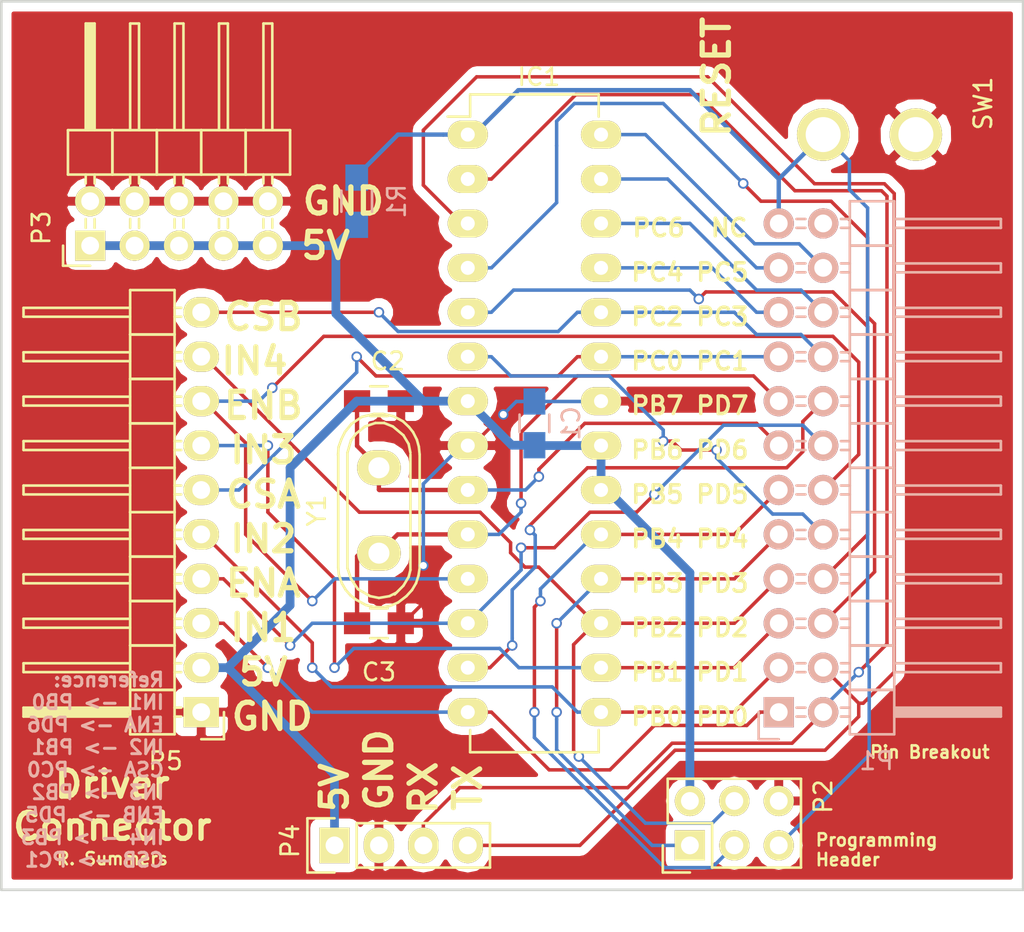
<source format=kicad_pcb>
(kicad_pcb (version 4) (host pcbnew 4.0.1-3.201512221402+6198~38~ubuntu14.04.1-stable)

  (general
    (links 68)
    (no_connects 0)
    (area 102.794999 92.634999 161.365001 146.178333)
    (thickness 1.6)
    (drawings 38)
    (tracks 317)
    (zones 0)
    (modules 12)
    (nets 27)
  )

  (page A4)
  (layers
    (0 F.Cu signal)
    (31 B.Cu signal)
    (32 B.Adhes user)
    (33 F.Adhes user)
    (34 B.Paste user)
    (35 F.Paste user)
    (36 B.SilkS user)
    (37 F.SilkS user)
    (38 B.Mask user)
    (39 F.Mask user)
    (40 Dwgs.User user)
    (41 Cmts.User user)
    (42 Eco1.User user)
    (43 Eco2.User user)
    (44 Edge.Cuts user)
    (45 Margin user)
    (46 B.CrtYd user)
    (47 F.CrtYd user)
    (48 B.Fab user)
    (49 F.Fab user)
  )

  (setup
    (last_trace_width 0.2)
    (trace_clearance 0.2)
    (zone_clearance 0.508)
    (zone_45_only no)
    (trace_min 0.2)
    (segment_width 0.2)
    (edge_width 0.15)
    (via_size 0.6)
    (via_drill 0.4)
    (via_min_size 0.4)
    (via_min_drill 0.3)
    (uvia_size 0.3)
    (uvia_drill 0.1)
    (uvias_allowed no)
    (uvia_min_size 0.2)
    (uvia_min_drill 0.1)
    (pcb_text_width 0.3)
    (pcb_text_size 1.5 1.5)
    (mod_edge_width 0.15)
    (mod_text_size 1 1)
    (mod_text_width 0.15)
    (pad_size 1.524 1.524)
    (pad_drill 0.762)
    (pad_to_mask_clearance 0.2)
    (aux_axis_origin 0 0)
    (visible_elements FFFEFF7F)
    (pcbplotparams
      (layerselection 0x010f0_80000001)
      (usegerberextensions true)
      (excludeedgelayer true)
      (linewidth 0.100000)
      (plotframeref false)
      (viasonmask false)
      (mode 1)
      (useauxorigin false)
      (hpglpennumber 1)
      (hpglpenspeed 20)
      (hpglpendiameter 15)
      (hpglpenoverlay 2)
      (psnegative false)
      (psa4output false)
      (plotreference true)
      (plotvalue false)
      (plotinvisibletext false)
      (padsonsilk false)
      (subtractmaskfromsilk false)
      (outputformat 1)
      (mirror false)
      (drillshape 0)
      (scaleselection 1)
      (outputdirectory gerbers/))
  )

  (net 0 "")
  (net 1 +5V)
  (net 2 GND)
  (net 3 /PB6)
  (net 4 /PB7)
  (net 5 /PC6)
  (net 6 /PD0)
  (net 7 /PD1)
  (net 8 /PD2)
  (net 9 /PD3)
  (net 10 /PD4)
  (net 11 /ENB)
  (net 12 /ENA)
  (net 13 /PD7)
  (net 14 /PB0)
  (net 15 /PB1)
  (net 16 /PB2)
  (net 17 /PB3)
  (net 18 /PB4)
  (net 19 /PB5)
  (net 20 /CSA)
  (net 21 /CSB)
  (net 22 /PC2)
  (net 23 /PC3)
  (net 24 /PC4)
  (net 25 /PC5)
  (net 26 "Net-(P1-Pad24)")

  (net_class Default "This is the default net class."
    (clearance 0.2)
    (trace_width 0.2)
    (via_dia 0.6)
    (via_drill 0.4)
    (uvia_dia 0.3)
    (uvia_drill 0.1)
    (add_net /CSA)
    (add_net /CSB)
    (add_net /ENA)
    (add_net /ENB)
    (add_net /PB0)
    (add_net /PB1)
    (add_net /PB2)
    (add_net /PB3)
    (add_net /PB4)
    (add_net /PB5)
    (add_net /PB6)
    (add_net /PB7)
    (add_net /PC2)
    (add_net /PC3)
    (add_net /PC4)
    (add_net /PC5)
    (add_net /PC6)
    (add_net /PD0)
    (add_net /PD1)
    (add_net /PD2)
    (add_net /PD3)
    (add_net /PD4)
    (add_net /PD7)
    (add_net GND)
    (add_net "Net-(P1-Pad24)")
  )

  (net_class PWR ""
    (clearance 0.3)
    (trace_width 0.5)
    (via_dia 0.8)
    (via_drill 0.4)
    (uvia_dia 0.3)
    (uvia_drill 0.1)
    (add_net +5V)
  )

  (module Capacitors_SMD:C_0805_HandSoldering (layer B.Cu) (tedit 541A9B8D) (tstamp 568E2D99)
    (at 133.35 116.84 90)
    (descr "Capacitor SMD 0805, hand soldering")
    (tags "capacitor 0805")
    (path /568E156A)
    (attr smd)
    (fp_text reference C1 (at 0 2.1 90) (layer B.SilkS)
      (effects (font (size 1 1) (thickness 0.15)) (justify mirror))
    )
    (fp_text value .1uF (at 0 -2.1 90) (layer B.Fab)
      (effects (font (size 1 1) (thickness 0.15)) (justify mirror))
    )
    (fp_line (start -2.3 1) (end 2.3 1) (layer B.CrtYd) (width 0.05))
    (fp_line (start -2.3 -1) (end 2.3 -1) (layer B.CrtYd) (width 0.05))
    (fp_line (start -2.3 1) (end -2.3 -1) (layer B.CrtYd) (width 0.05))
    (fp_line (start 2.3 1) (end 2.3 -1) (layer B.CrtYd) (width 0.05))
    (fp_line (start 0.5 0.85) (end -0.5 0.85) (layer B.SilkS) (width 0.15))
    (fp_line (start -0.5 -0.85) (end 0.5 -0.85) (layer B.SilkS) (width 0.15))
    (pad 1 smd rect (at -1.25 0 90) (size 1.5 1.25) (layers B.Cu B.Paste B.Mask)
      (net 1 +5V))
    (pad 2 smd rect (at 1.25 0 90) (size 1.5 1.25) (layers B.Cu B.Paste B.Mask)
      (net 2 GND))
    (model Capacitors_SMD.3dshapes/C_0805_HandSoldering.wrl
      (at (xyz 0 0 0))
      (scale (xyz 1 1 1))
      (rotate (xyz 0 0 0))
    )
  )

  (module Capacitors_SMD:C_0805_HandSoldering (layer F.Cu) (tedit 541A9B8D) (tstamp 568E2DA5)
    (at 124.46 115.57 180)
    (descr "Capacitor SMD 0805, hand soldering")
    (tags "capacitor 0805")
    (path /568E1526)
    (attr smd)
    (fp_text reference C2 (at -0.508 2.286 180) (layer F.SilkS)
      (effects (font (size 1 1) (thickness 0.15)))
    )
    (fp_text value 18pF (at 0 2.1 180) (layer F.Fab)
      (effects (font (size 1 1) (thickness 0.15)))
    )
    (fp_line (start -2.3 -1) (end 2.3 -1) (layer F.CrtYd) (width 0.05))
    (fp_line (start -2.3 1) (end 2.3 1) (layer F.CrtYd) (width 0.05))
    (fp_line (start -2.3 -1) (end -2.3 1) (layer F.CrtYd) (width 0.05))
    (fp_line (start 2.3 -1) (end 2.3 1) (layer F.CrtYd) (width 0.05))
    (fp_line (start 0.5 -0.85) (end -0.5 -0.85) (layer F.SilkS) (width 0.15))
    (fp_line (start -0.5 0.85) (end 0.5 0.85) (layer F.SilkS) (width 0.15))
    (pad 1 smd rect (at -1.25 0 180) (size 1.5 1.25) (layers F.Cu F.Paste F.Mask)
      (net 2 GND))
    (pad 2 smd rect (at 1.25 0 180) (size 1.5 1.25) (layers F.Cu F.Paste F.Mask)
      (net 3 /PB6))
    (model Capacitors_SMD.3dshapes/C_0805_HandSoldering.wrl
      (at (xyz 0 0 0))
      (scale (xyz 1 1 1))
      (rotate (xyz 0 0 0))
    )
  )

  (module Capacitors_SMD:C_0805_HandSoldering (layer F.Cu) (tedit 541A9B8D) (tstamp 568E2DB1)
    (at 124.46 128.27 180)
    (descr "Capacitor SMD 0805, hand soldering")
    (tags "capacitor 0805")
    (path /568E1547)
    (attr smd)
    (fp_text reference C3 (at 0 -2.794 180) (layer F.SilkS)
      (effects (font (size 1 1) (thickness 0.15)))
    )
    (fp_text value 18pF (at 0 2.1 180) (layer F.Fab)
      (effects (font (size 1 1) (thickness 0.15)))
    )
    (fp_line (start -2.3 -1) (end 2.3 -1) (layer F.CrtYd) (width 0.05))
    (fp_line (start -2.3 1) (end 2.3 1) (layer F.CrtYd) (width 0.05))
    (fp_line (start -2.3 -1) (end -2.3 1) (layer F.CrtYd) (width 0.05))
    (fp_line (start 2.3 -1) (end 2.3 1) (layer F.CrtYd) (width 0.05))
    (fp_line (start 0.5 -0.85) (end -0.5 -0.85) (layer F.SilkS) (width 0.15))
    (fp_line (start -0.5 0.85) (end 0.5 0.85) (layer F.SilkS) (width 0.15))
    (pad 1 smd rect (at -1.25 0 180) (size 1.5 1.25) (layers F.Cu F.Paste F.Mask)
      (net 2 GND))
    (pad 2 smd rect (at 1.25 0 180) (size 1.5 1.25) (layers F.Cu F.Paste F.Mask)
      (net 4 /PB7))
    (model Capacitors_SMD.3dshapes/C_0805_HandSoldering.wrl
      (at (xyz 0 0 0))
      (scale (xyz 1 1 1))
      (rotate (xyz 0 0 0))
    )
  )

  (module Housings_DIP:DIP-28_W7.62mm_LongPads (layer F.Cu) (tedit 54130A77) (tstamp 568E2DDC)
    (at 129.54 100.33)
    (descr "28-lead dip package, row spacing 7.62 mm (300 mils), longer pads")
    (tags "dil dip 2.54 300")
    (path /568E1367)
    (fp_text reference IC1 (at 4.064 -3.302) (layer F.SilkS)
      (effects (font (size 1 1) (thickness 0.15)))
    )
    (fp_text value ATMEGA328P-P (at 0 -3.72) (layer F.Fab)
      (effects (font (size 1 1) (thickness 0.15)))
    )
    (fp_line (start -1.4 -2.45) (end -1.4 35.5) (layer F.CrtYd) (width 0.05))
    (fp_line (start 9 -2.45) (end 9 35.5) (layer F.CrtYd) (width 0.05))
    (fp_line (start -1.4 -2.45) (end 9 -2.45) (layer F.CrtYd) (width 0.05))
    (fp_line (start -1.4 35.5) (end 9 35.5) (layer F.CrtYd) (width 0.05))
    (fp_line (start 0.135 -2.295) (end 0.135 -1.025) (layer F.SilkS) (width 0.15))
    (fp_line (start 7.485 -2.295) (end 7.485 -1.025) (layer F.SilkS) (width 0.15))
    (fp_line (start 7.485 35.315) (end 7.485 34.045) (layer F.SilkS) (width 0.15))
    (fp_line (start 0.135 35.315) (end 0.135 34.045) (layer F.SilkS) (width 0.15))
    (fp_line (start 0.135 -2.295) (end 7.485 -2.295) (layer F.SilkS) (width 0.15))
    (fp_line (start 0.135 35.315) (end 7.485 35.315) (layer F.SilkS) (width 0.15))
    (fp_line (start 0.135 -1.025) (end -1.15 -1.025) (layer F.SilkS) (width 0.15))
    (pad 1 thru_hole oval (at 0 0) (size 2.3 1.6) (drill 0.8) (layers *.Cu *.Mask F.SilkS)
      (net 5 /PC6))
    (pad 2 thru_hole oval (at 0 2.54) (size 2.3 1.6) (drill 0.8) (layers *.Cu *.Mask F.SilkS)
      (net 6 /PD0))
    (pad 3 thru_hole oval (at 0 5.08) (size 2.3 1.6) (drill 0.8) (layers *.Cu *.Mask F.SilkS)
      (net 7 /PD1))
    (pad 4 thru_hole oval (at 0 7.62) (size 2.3 1.6) (drill 0.8) (layers *.Cu *.Mask F.SilkS)
      (net 8 /PD2))
    (pad 5 thru_hole oval (at 0 10.16) (size 2.3 1.6) (drill 0.8) (layers *.Cu *.Mask F.SilkS)
      (net 9 /PD3))
    (pad 6 thru_hole oval (at 0 12.7) (size 2.3 1.6) (drill 0.8) (layers *.Cu *.Mask F.SilkS)
      (net 10 /PD4))
    (pad 7 thru_hole oval (at 0 15.24) (size 2.3 1.6) (drill 0.8) (layers *.Cu *.Mask F.SilkS)
      (net 1 +5V))
    (pad 8 thru_hole oval (at 0 17.78) (size 2.3 1.6) (drill 0.8) (layers *.Cu *.Mask F.SilkS)
      (net 2 GND))
    (pad 9 thru_hole oval (at 0 20.32) (size 2.3 1.6) (drill 0.8) (layers *.Cu *.Mask F.SilkS)
      (net 3 /PB6))
    (pad 10 thru_hole oval (at 0 22.86) (size 2.3 1.6) (drill 0.8) (layers *.Cu *.Mask F.SilkS)
      (net 4 /PB7))
    (pad 11 thru_hole oval (at 0 25.4) (size 2.3 1.6) (drill 0.8) (layers *.Cu *.Mask F.SilkS)
      (net 11 /ENB))
    (pad 12 thru_hole oval (at 0 27.94) (size 2.3 1.6) (drill 0.8) (layers *.Cu *.Mask F.SilkS)
      (net 12 /ENA))
    (pad 13 thru_hole oval (at 0 30.48) (size 2.3 1.6) (drill 0.8) (layers *.Cu *.Mask F.SilkS)
      (net 13 /PD7))
    (pad 14 thru_hole oval (at 0 33.02) (size 2.3 1.6) (drill 0.8) (layers *.Cu *.Mask F.SilkS)
      (net 14 /PB0))
    (pad 15 thru_hole oval (at 7.62 33.02) (size 2.3 1.6) (drill 0.8) (layers *.Cu *.Mask F.SilkS)
      (net 15 /PB1))
    (pad 16 thru_hole oval (at 7.62 30.48) (size 2.3 1.6) (drill 0.8) (layers *.Cu *.Mask F.SilkS)
      (net 16 /PB2))
    (pad 17 thru_hole oval (at 7.62 27.94) (size 2.3 1.6) (drill 0.8) (layers *.Cu *.Mask F.SilkS)
      (net 17 /PB3))
    (pad 18 thru_hole oval (at 7.62 25.4) (size 2.3 1.6) (drill 0.8) (layers *.Cu *.Mask F.SilkS)
      (net 18 /PB4))
    (pad 19 thru_hole oval (at 7.62 22.86) (size 2.3 1.6) (drill 0.8) (layers *.Cu *.Mask F.SilkS)
      (net 19 /PB5))
    (pad 20 thru_hole oval (at 7.62 20.32) (size 2.3 1.6) (drill 0.8) (layers *.Cu *.Mask F.SilkS)
      (net 1 +5V))
    (pad 21 thru_hole oval (at 7.62 17.78) (size 2.3 1.6) (drill 0.8) (layers *.Cu *.Mask F.SilkS)
      (net 1 +5V))
    (pad 22 thru_hole oval (at 7.62 15.24) (size 2.3 1.6) (drill 0.8) (layers *.Cu *.Mask F.SilkS)
      (net 2 GND))
    (pad 23 thru_hole oval (at 7.62 12.7) (size 2.3 1.6) (drill 0.8) (layers *.Cu *.Mask F.SilkS)
      (net 20 /CSA))
    (pad 24 thru_hole oval (at 7.62 10.16) (size 2.3 1.6) (drill 0.8) (layers *.Cu *.Mask F.SilkS)
      (net 21 /CSB))
    (pad 25 thru_hole oval (at 7.62 7.62) (size 2.3 1.6) (drill 0.8) (layers *.Cu *.Mask F.SilkS)
      (net 22 /PC2))
    (pad 26 thru_hole oval (at 7.62 5.08) (size 2.3 1.6) (drill 0.8) (layers *.Cu *.Mask F.SilkS)
      (net 23 /PC3))
    (pad 27 thru_hole oval (at 7.62 2.54) (size 2.3 1.6) (drill 0.8) (layers *.Cu *.Mask F.SilkS)
      (net 24 /PC4))
    (pad 28 thru_hole oval (at 7.62 0) (size 2.3 1.6) (drill 0.8) (layers *.Cu *.Mask F.SilkS)
      (net 25 /PC5))
    (model Housings_DIP.3dshapes/DIP-28_W7.62mm_LongPads.wrl
      (at (xyz 0 0 0))
      (scale (xyz 1 1 1))
      (rotate (xyz 0 0 0))
    )
  )

  (module Pin_Headers:Pin_Header_Angled_2x12 (layer B.Cu) (tedit 0) (tstamp 568E2E87)
    (at 147.32 133.35)
    (descr "Through hole pin header")
    (tags "pin header")
    (path /568E9748)
    (fp_text reference P1 (at 5.588 2.794) (layer B.SilkS)
      (effects (font (size 1 1) (thickness 0.15)) (justify mirror))
    )
    (fp_text value PIN_BREAKOUT (at 0 3.1) (layer B.Fab)
      (effects (font (size 1 1) (thickness 0.15)) (justify mirror))
    )
    (fp_line (start -1.35 1.75) (end -1.35 -29.7) (layer B.CrtYd) (width 0.05))
    (fp_line (start 13.2 1.75) (end 13.2 -29.7) (layer B.CrtYd) (width 0.05))
    (fp_line (start -1.35 1.75) (end 13.2 1.75) (layer B.CrtYd) (width 0.05))
    (fp_line (start -1.35 -29.7) (end 13.2 -29.7) (layer B.CrtYd) (width 0.05))
    (fp_line (start 1.524 0.254) (end 1.016 0.254) (layer B.SilkS) (width 0.15))
    (fp_line (start 1.524 -0.254) (end 1.016 -0.254) (layer B.SilkS) (width 0.15))
    (fp_line (start 1.524 -2.286) (end 1.016 -2.286) (layer B.SilkS) (width 0.15))
    (fp_line (start 1.524 -2.794) (end 1.016 -2.794) (layer B.SilkS) (width 0.15))
    (fp_line (start 1.524 -28.194) (end 1.016 -28.194) (layer B.SilkS) (width 0.15))
    (fp_line (start 1.524 -27.686) (end 1.016 -27.686) (layer B.SilkS) (width 0.15))
    (fp_line (start 1.524 -25.654) (end 1.016 -25.654) (layer B.SilkS) (width 0.15))
    (fp_line (start 1.524 -25.146) (end 1.016 -25.146) (layer B.SilkS) (width 0.15))
    (fp_line (start 1.524 -20.066) (end 1.016 -20.066) (layer B.SilkS) (width 0.15))
    (fp_line (start 1.524 -20.574) (end 1.016 -20.574) (layer B.SilkS) (width 0.15))
    (fp_line (start 1.524 -22.606) (end 1.016 -22.606) (layer B.SilkS) (width 0.15))
    (fp_line (start 1.524 -23.114) (end 1.016 -23.114) (layer B.SilkS) (width 0.15))
    (fp_line (start 1.524 -18.034) (end 1.016 -18.034) (layer B.SilkS) (width 0.15))
    (fp_line (start 1.524 -17.526) (end 1.016 -17.526) (layer B.SilkS) (width 0.15))
    (fp_line (start 1.524 -15.494) (end 1.016 -15.494) (layer B.SilkS) (width 0.15))
    (fp_line (start 1.524 -14.986) (end 1.016 -14.986) (layer B.SilkS) (width 0.15))
    (fp_line (start 1.524 -4.826) (end 1.016 -4.826) (layer B.SilkS) (width 0.15))
    (fp_line (start 1.524 -5.334) (end 1.016 -5.334) (layer B.SilkS) (width 0.15))
    (fp_line (start 1.524 -7.366) (end 1.016 -7.366) (layer B.SilkS) (width 0.15))
    (fp_line (start 1.524 -7.874) (end 1.016 -7.874) (layer B.SilkS) (width 0.15))
    (fp_line (start 1.524 -12.954) (end 1.016 -12.954) (layer B.SilkS) (width 0.15))
    (fp_line (start 1.524 -12.446) (end 1.016 -12.446) (layer B.SilkS) (width 0.15))
    (fp_line (start 1.524 -10.414) (end 1.016 -10.414) (layer B.SilkS) (width 0.15))
    (fp_line (start 1.524 -9.906) (end 1.016 -9.906) (layer B.SilkS) (width 0.15))
    (fp_line (start 4.064 -25.146) (end 3.556 -25.146) (layer B.SilkS) (width 0.15))
    (fp_line (start 4.064 -25.654) (end 3.556 -25.654) (layer B.SilkS) (width 0.15))
    (fp_line (start 4.064 -27.686) (end 3.556 -27.686) (layer B.SilkS) (width 0.15))
    (fp_line (start 4.064 -28.194) (end 3.556 -28.194) (layer B.SilkS) (width 0.15))
    (fp_line (start 4.064 -23.114) (end 3.556 -23.114) (layer B.SilkS) (width 0.15))
    (fp_line (start 4.064 -22.606) (end 3.556 -22.606) (layer B.SilkS) (width 0.15))
    (fp_line (start 4.064 -20.574) (end 3.556 -20.574) (layer B.SilkS) (width 0.15))
    (fp_line (start 4.064 -20.066) (end 3.556 -20.066) (layer B.SilkS) (width 0.15))
    (fp_line (start 4.064 -14.986) (end 3.556 -14.986) (layer B.SilkS) (width 0.15))
    (fp_line (start 4.064 -15.494) (end 3.556 -15.494) (layer B.SilkS) (width 0.15))
    (fp_line (start 4.064 -17.526) (end 3.556 -17.526) (layer B.SilkS) (width 0.15))
    (fp_line (start 4.064 -18.034) (end 3.556 -18.034) (layer B.SilkS) (width 0.15))
    (fp_line (start 4.064 -12.954) (end 3.556 -12.954) (layer B.SilkS) (width 0.15))
    (fp_line (start 4.064 -12.446) (end 3.556 -12.446) (layer B.SilkS) (width 0.15))
    (fp_line (start 4.064 -10.414) (end 3.556 -10.414) (layer B.SilkS) (width 0.15))
    (fp_line (start 4.064 -9.906) (end 3.556 -9.906) (layer B.SilkS) (width 0.15))
    (fp_line (start 4.064 0.254) (end 3.556 0.254) (layer B.SilkS) (width 0.15))
    (fp_line (start 4.064 -0.254) (end 3.556 -0.254) (layer B.SilkS) (width 0.15))
    (fp_line (start 4.064 -2.286) (end 3.556 -2.286) (layer B.SilkS) (width 0.15))
    (fp_line (start 4.064 -2.794) (end 3.556 -2.794) (layer B.SilkS) (width 0.15))
    (fp_line (start 4.064 -7.874) (end 3.556 -7.874) (layer B.SilkS) (width 0.15))
    (fp_line (start 4.064 -7.366) (end 3.556 -7.366) (layer B.SilkS) (width 0.15))
    (fp_line (start 4.064 -5.334) (end 3.556 -5.334) (layer B.SilkS) (width 0.15))
    (fp_line (start 4.064 -4.826) (end 3.556 -4.826) (layer B.SilkS) (width 0.15))
    (fp_line (start 0 1.55) (end -1.15 1.55) (layer B.SilkS) (width 0.15))
    (fp_line (start -1.15 1.55) (end -1.15 0) (layer B.SilkS) (width 0.15))
    (fp_line (start 6.604 0.127) (end 12.573 0.127) (layer B.SilkS) (width 0.15))
    (fp_line (start 12.573 0.127) (end 12.573 -0.127) (layer B.SilkS) (width 0.15))
    (fp_line (start 12.573 -0.127) (end 6.731 -0.127) (layer B.SilkS) (width 0.15))
    (fp_line (start 6.731 -0.127) (end 6.731 0) (layer B.SilkS) (width 0.15))
    (fp_line (start 6.731 0) (end 12.573 0) (layer B.SilkS) (width 0.15))
    (fp_line (start 4.064 -19.05) (end 6.604 -19.05) (layer B.SilkS) (width 0.15))
    (fp_line (start 4.064 -19.05) (end 4.064 -21.59) (layer B.SilkS) (width 0.15))
    (fp_line (start 4.064 -21.59) (end 6.604 -21.59) (layer B.SilkS) (width 0.15))
    (fp_line (start 6.604 -20.066) (end 12.7 -20.066) (layer B.SilkS) (width 0.15))
    (fp_line (start 12.7 -20.066) (end 12.7 -20.574) (layer B.SilkS) (width 0.15))
    (fp_line (start 12.7 -20.574) (end 6.604 -20.574) (layer B.SilkS) (width 0.15))
    (fp_line (start 6.604 -21.59) (end 6.604 -19.05) (layer B.SilkS) (width 0.15))
    (fp_line (start 6.604 -24.13) (end 6.604 -21.59) (layer B.SilkS) (width 0.15))
    (fp_line (start 12.7 -23.114) (end 6.604 -23.114) (layer B.SilkS) (width 0.15))
    (fp_line (start 12.7 -22.606) (end 12.7 -23.114) (layer B.SilkS) (width 0.15))
    (fp_line (start 6.604 -22.606) (end 12.7 -22.606) (layer B.SilkS) (width 0.15))
    (fp_line (start 4.064 -24.13) (end 6.604 -24.13) (layer B.SilkS) (width 0.15))
    (fp_line (start 4.064 -21.59) (end 4.064 -24.13) (layer B.SilkS) (width 0.15))
    (fp_line (start 4.064 -21.59) (end 6.604 -21.59) (layer B.SilkS) (width 0.15))
    (fp_line (start 4.064 -26.67) (end 6.604 -26.67) (layer B.SilkS) (width 0.15))
    (fp_line (start 4.064 -26.67) (end 4.064 -29.21) (layer B.SilkS) (width 0.15))
    (fp_line (start 6.604 -27.686) (end 12.7 -27.686) (layer B.SilkS) (width 0.15))
    (fp_line (start 12.7 -27.686) (end 12.7 -28.194) (layer B.SilkS) (width 0.15))
    (fp_line (start 12.7 -28.194) (end 6.604 -28.194) (layer B.SilkS) (width 0.15))
    (fp_line (start 6.604 -29.21) (end 6.604 -26.67) (layer B.SilkS) (width 0.15))
    (fp_line (start 6.604 -26.67) (end 6.604 -24.13) (layer B.SilkS) (width 0.15))
    (fp_line (start 12.7 -25.654) (end 6.604 -25.654) (layer B.SilkS) (width 0.15))
    (fp_line (start 12.7 -25.146) (end 12.7 -25.654) (layer B.SilkS) (width 0.15))
    (fp_line (start 6.604 -25.146) (end 12.7 -25.146) (layer B.SilkS) (width 0.15))
    (fp_line (start 4.064 -26.67) (end 6.604 -26.67) (layer B.SilkS) (width 0.15))
    (fp_line (start 4.064 -24.13) (end 4.064 -26.67) (layer B.SilkS) (width 0.15))
    (fp_line (start 4.064 -24.13) (end 6.604 -24.13) (layer B.SilkS) (width 0.15))
    (fp_line (start 4.064 -29.21) (end 6.604 -29.21) (layer B.SilkS) (width 0.15))
    (fp_line (start 4.064 -8.89) (end 6.604 -8.89) (layer B.SilkS) (width 0.15))
    (fp_line (start 4.064 -8.89) (end 4.064 -11.43) (layer B.SilkS) (width 0.15))
    (fp_line (start 4.064 -11.43) (end 6.604 -11.43) (layer B.SilkS) (width 0.15))
    (fp_line (start 6.604 -9.906) (end 12.7 -9.906) (layer B.SilkS) (width 0.15))
    (fp_line (start 12.7 -9.906) (end 12.7 -10.414) (layer B.SilkS) (width 0.15))
    (fp_line (start 12.7 -10.414) (end 6.604 -10.414) (layer B.SilkS) (width 0.15))
    (fp_line (start 6.604 -11.43) (end 6.604 -8.89) (layer B.SilkS) (width 0.15))
    (fp_line (start 6.604 -13.97) (end 6.604 -11.43) (layer B.SilkS) (width 0.15))
    (fp_line (start 12.7 -12.954) (end 6.604 -12.954) (layer B.SilkS) (width 0.15))
    (fp_line (start 12.7 -12.446) (end 12.7 -12.954) (layer B.SilkS) (width 0.15))
    (fp_line (start 6.604 -12.446) (end 12.7 -12.446) (layer B.SilkS) (width 0.15))
    (fp_line (start 4.064 -13.97) (end 6.604 -13.97) (layer B.SilkS) (width 0.15))
    (fp_line (start 4.064 -11.43) (end 4.064 -13.97) (layer B.SilkS) (width 0.15))
    (fp_line (start 4.064 -11.43) (end 6.604 -11.43) (layer B.SilkS) (width 0.15))
    (fp_line (start 4.064 -16.51) (end 6.604 -16.51) (layer B.SilkS) (width 0.15))
    (fp_line (start 4.064 -16.51) (end 4.064 -19.05) (layer B.SilkS) (width 0.15))
    (fp_line (start 4.064 -19.05) (end 6.604 -19.05) (layer B.SilkS) (width 0.15))
    (fp_line (start 6.604 -17.526) (end 12.7 -17.526) (layer B.SilkS) (width 0.15))
    (fp_line (start 12.7 -17.526) (end 12.7 -18.034) (layer B.SilkS) (width 0.15))
    (fp_line (start 12.7 -18.034) (end 6.604 -18.034) (layer B.SilkS) (width 0.15))
    (fp_line (start 6.604 -19.05) (end 6.604 -16.51) (layer B.SilkS) (width 0.15))
    (fp_line (start 6.604 -16.51) (end 6.604 -13.97) (layer B.SilkS) (width 0.15))
    (fp_line (start 12.7 -15.494) (end 6.604 -15.494) (layer B.SilkS) (width 0.15))
    (fp_line (start 12.7 -14.986) (end 12.7 -15.494) (layer B.SilkS) (width 0.15))
    (fp_line (start 6.604 -14.986) (end 12.7 -14.986) (layer B.SilkS) (width 0.15))
    (fp_line (start 4.064 -16.51) (end 6.604 -16.51) (layer B.SilkS) (width 0.15))
    (fp_line (start 4.064 -13.97) (end 4.064 -16.51) (layer B.SilkS) (width 0.15))
    (fp_line (start 4.064 -13.97) (end 6.604 -13.97) (layer B.SilkS) (width 0.15))
    (fp_line (start 4.064 -3.81) (end 6.604 -3.81) (layer B.SilkS) (width 0.15))
    (fp_line (start 4.064 -3.81) (end 4.064 -6.35) (layer B.SilkS) (width 0.15))
    (fp_line (start 4.064 -6.35) (end 6.604 -6.35) (layer B.SilkS) (width 0.15))
    (fp_line (start 6.604 -4.826) (end 12.7 -4.826) (layer B.SilkS) (width 0.15))
    (fp_line (start 12.7 -4.826) (end 12.7 -5.334) (layer B.SilkS) (width 0.15))
    (fp_line (start 12.7 -5.334) (end 6.604 -5.334) (layer B.SilkS) (width 0.15))
    (fp_line (start 6.604 -6.35) (end 6.604 -3.81) (layer B.SilkS) (width 0.15))
    (fp_line (start 6.604 -8.89) (end 6.604 -6.35) (layer B.SilkS) (width 0.15))
    (fp_line (start 12.7 -7.874) (end 6.604 -7.874) (layer B.SilkS) (width 0.15))
    (fp_line (start 12.7 -7.366) (end 12.7 -7.874) (layer B.SilkS) (width 0.15))
    (fp_line (start 6.604 -7.366) (end 12.7 -7.366) (layer B.SilkS) (width 0.15))
    (fp_line (start 4.064 -8.89) (end 6.604 -8.89) (layer B.SilkS) (width 0.15))
    (fp_line (start 4.064 -6.35) (end 4.064 -8.89) (layer B.SilkS) (width 0.15))
    (fp_line (start 4.064 -6.35) (end 6.604 -6.35) (layer B.SilkS) (width 0.15))
    (fp_line (start 4.064 -1.27) (end 6.604 -1.27) (layer B.SilkS) (width 0.15))
    (fp_line (start 4.064 -1.27) (end 4.064 -3.81) (layer B.SilkS) (width 0.15))
    (fp_line (start 4.064 -3.81) (end 6.604 -3.81) (layer B.SilkS) (width 0.15))
    (fp_line (start 6.604 -2.286) (end 12.7 -2.286) (layer B.SilkS) (width 0.15))
    (fp_line (start 12.7 -2.286) (end 12.7 -2.794) (layer B.SilkS) (width 0.15))
    (fp_line (start 12.7 -2.794) (end 6.604 -2.794) (layer B.SilkS) (width 0.15))
    (fp_line (start 6.604 -3.81) (end 6.604 -1.27) (layer B.SilkS) (width 0.15))
    (fp_line (start 6.604 -1.27) (end 6.604 1.27) (layer B.SilkS) (width 0.15))
    (fp_line (start 12.7 -0.254) (end 6.604 -0.254) (layer B.SilkS) (width 0.15))
    (fp_line (start 12.7 0.254) (end 12.7 -0.254) (layer B.SilkS) (width 0.15))
    (fp_line (start 6.604 0.254) (end 12.7 0.254) (layer B.SilkS) (width 0.15))
    (fp_line (start 4.064 -1.27) (end 6.604 -1.27) (layer B.SilkS) (width 0.15))
    (fp_line (start 4.064 1.27) (end 4.064 -1.27) (layer B.SilkS) (width 0.15))
    (fp_line (start 4.064 1.27) (end 6.604 1.27) (layer B.SilkS) (width 0.15))
    (pad 1 thru_hole rect (at 0 0) (size 1.7272 1.7272) (drill 1.016) (layers *.Cu *.Mask B.SilkS)
      (net 14 /PB0))
    (pad 2 thru_hole oval (at 2.54 0) (size 1.7272 1.7272) (drill 1.016) (layers *.Cu *.Mask B.SilkS)
      (net 6 /PD0))
    (pad 3 thru_hole oval (at 0 -2.54) (size 1.7272 1.7272) (drill 1.016) (layers *.Cu *.Mask B.SilkS)
      (net 15 /PB1))
    (pad 4 thru_hole oval (at 2.54 -2.54) (size 1.7272 1.7272) (drill 1.016) (layers *.Cu *.Mask B.SilkS)
      (net 7 /PD1))
    (pad 5 thru_hole oval (at 0 -5.08) (size 1.7272 1.7272) (drill 1.016) (layers *.Cu *.Mask B.SilkS)
      (net 16 /PB2))
    (pad 6 thru_hole oval (at 2.54 -5.08) (size 1.7272 1.7272) (drill 1.016) (layers *.Cu *.Mask B.SilkS)
      (net 8 /PD2))
    (pad 7 thru_hole oval (at 0 -7.62) (size 1.7272 1.7272) (drill 1.016) (layers *.Cu *.Mask B.SilkS)
      (net 17 /PB3))
    (pad 8 thru_hole oval (at 2.54 -7.62) (size 1.7272 1.7272) (drill 1.016) (layers *.Cu *.Mask B.SilkS)
      (net 9 /PD3))
    (pad 9 thru_hole oval (at 0 -10.16) (size 1.7272 1.7272) (drill 1.016) (layers *.Cu *.Mask B.SilkS)
      (net 18 /PB4))
    (pad 10 thru_hole oval (at 2.54 -10.16) (size 1.7272 1.7272) (drill 1.016) (layers *.Cu *.Mask B.SilkS)
      (net 10 /PD4))
    (pad 11 thru_hole oval (at 0 -12.7) (size 1.7272 1.7272) (drill 1.016) (layers *.Cu *.Mask B.SilkS)
      (net 19 /PB5))
    (pad 12 thru_hole oval (at 2.54 -12.7) (size 1.7272 1.7272) (drill 1.016) (layers *.Cu *.Mask B.SilkS)
      (net 11 /ENB))
    (pad 13 thru_hole oval (at 0 -15.24) (size 1.7272 1.7272) (drill 1.016) (layers *.Cu *.Mask B.SilkS)
      (net 3 /PB6))
    (pad 14 thru_hole oval (at 2.54 -15.24) (size 1.7272 1.7272) (drill 1.016) (layers *.Cu *.Mask B.SilkS)
      (net 12 /ENA))
    (pad 15 thru_hole oval (at 0 -17.78) (size 1.7272 1.7272) (drill 1.016) (layers *.Cu *.Mask B.SilkS)
      (net 4 /PB7))
    (pad 16 thru_hole oval (at 2.54 -17.78) (size 1.7272 1.7272) (drill 1.016) (layers *.Cu *.Mask B.SilkS)
      (net 13 /PD7))
    (pad 17 thru_hole oval (at 0 -20.32) (size 1.7272 1.7272) (drill 1.016) (layers *.Cu *.Mask B.SilkS)
      (net 20 /CSA))
    (pad 18 thru_hole oval (at 2.54 -20.32) (size 1.7272 1.7272) (drill 1.016) (layers *.Cu *.Mask B.SilkS)
      (net 21 /CSB))
    (pad 19 thru_hole oval (at 0 -22.86) (size 1.7272 1.7272) (drill 1.016) (layers *.Cu *.Mask B.SilkS)
      (net 22 /PC2))
    (pad 20 thru_hole oval (at 2.54 -22.86) (size 1.7272 1.7272) (drill 1.016) (layers *.Cu *.Mask B.SilkS)
      (net 23 /PC3))
    (pad 21 thru_hole oval (at 0 -25.4) (size 1.7272 1.7272) (drill 1.016) (layers *.Cu *.Mask B.SilkS)
      (net 24 /PC4))
    (pad 22 thru_hole oval (at 2.54 -25.4) (size 1.7272 1.7272) (drill 1.016) (layers *.Cu *.Mask B.SilkS)
      (net 25 /PC5))
    (pad 23 thru_hole oval (at 0 -27.94) (size 1.7272 1.7272) (drill 1.016) (layers *.Cu *.Mask B.SilkS)
      (net 5 /PC6))
    (pad 24 thru_hole oval (at 2.54 -27.94) (size 1.7272 1.7272) (drill 1.016) (layers *.Cu *.Mask B.SilkS)
      (net 26 "Net-(P1-Pad24)"))
    (model Pin_Headers.3dshapes/Pin_Header_Angled_2x12.wrl
      (at (xyz 0.05 -0.55 0))
      (scale (xyz 1 1 1))
      (rotate (xyz 0 0 90))
    )
  )

  (module Pin_Headers:Pin_Header_Straight_2x03 (layer F.Cu) (tedit 54EA0A4B) (tstamp 568E2E9E)
    (at 142.24 140.97 90)
    (descr "Through hole pin header")
    (tags "pin header")
    (path /568E13DC)
    (fp_text reference P2 (at 2.794 7.62 90) (layer F.SilkS)
      (effects (font (size 1 1) (thickness 0.15)))
    )
    (fp_text value CONN_02X03 (at 0 -3.1 90) (layer F.Fab)
      (effects (font (size 1 1) (thickness 0.15)))
    )
    (fp_line (start -1.27 1.27) (end -1.27 6.35) (layer F.SilkS) (width 0.15))
    (fp_line (start -1.55 -1.55) (end 0 -1.55) (layer F.SilkS) (width 0.15))
    (fp_line (start -1.75 -1.75) (end -1.75 6.85) (layer F.CrtYd) (width 0.05))
    (fp_line (start 4.3 -1.75) (end 4.3 6.85) (layer F.CrtYd) (width 0.05))
    (fp_line (start -1.75 -1.75) (end 4.3 -1.75) (layer F.CrtYd) (width 0.05))
    (fp_line (start -1.75 6.85) (end 4.3 6.85) (layer F.CrtYd) (width 0.05))
    (fp_line (start 1.27 -1.27) (end 1.27 1.27) (layer F.SilkS) (width 0.15))
    (fp_line (start 1.27 1.27) (end -1.27 1.27) (layer F.SilkS) (width 0.15))
    (fp_line (start -1.27 6.35) (end 3.81 6.35) (layer F.SilkS) (width 0.15))
    (fp_line (start 3.81 6.35) (end 3.81 1.27) (layer F.SilkS) (width 0.15))
    (fp_line (start -1.55 -1.55) (end -1.55 0) (layer F.SilkS) (width 0.15))
    (fp_line (start 3.81 -1.27) (end 1.27 -1.27) (layer F.SilkS) (width 0.15))
    (fp_line (start 3.81 1.27) (end 3.81 -1.27) (layer F.SilkS) (width 0.15))
    (pad 1 thru_hole rect (at 0 0 90) (size 1.7272 1.7272) (drill 1.016) (layers *.Cu *.Mask F.SilkS)
      (net 18 /PB4))
    (pad 2 thru_hole oval (at 2.54 0 90) (size 1.7272 1.7272) (drill 1.016) (layers *.Cu *.Mask F.SilkS)
      (net 1 +5V))
    (pad 3 thru_hole oval (at 0 2.54 90) (size 1.7272 1.7272) (drill 1.016) (layers *.Cu *.Mask F.SilkS)
      (net 19 /PB5))
    (pad 4 thru_hole oval (at 2.54 2.54 90) (size 1.7272 1.7272) (drill 1.016) (layers *.Cu *.Mask F.SilkS)
      (net 17 /PB3))
    (pad 5 thru_hole oval (at 0 5.08 90) (size 1.7272 1.7272) (drill 1.016) (layers *.Cu *.Mask F.SilkS)
      (net 5 /PC6))
    (pad 6 thru_hole oval (at 2.54 5.08 90) (size 1.7272 1.7272) (drill 1.016) (layers *.Cu *.Mask F.SilkS)
      (net 2 GND))
    (model Pin_Headers.3dshapes/Pin_Header_Straight_2x03.wrl
      (at (xyz 0.05 -0.1 0))
      (scale (xyz 1 1 1))
      (rotate (xyz 0 0 90))
    )
  )

  (module Pin_Headers:Pin_Header_Angled_2x05 (layer F.Cu) (tedit 0) (tstamp 568E2EEE)
    (at 107.95 106.68 90)
    (descr "Through hole pin header")
    (tags "pin header")
    (path /568E530F)
    (fp_text reference P3 (at 1.016 -2.794 90) (layer F.SilkS)
      (effects (font (size 1 1) (thickness 0.15)))
    )
    (fp_text value PWR (at 0 -3.1 90) (layer F.Fab)
      (effects (font (size 1 1) (thickness 0.15)))
    )
    (fp_line (start -1.35 -1.75) (end -1.35 11.95) (layer F.CrtYd) (width 0.05))
    (fp_line (start 13.2 -1.75) (end 13.2 11.95) (layer F.CrtYd) (width 0.05))
    (fp_line (start -1.35 -1.75) (end 13.2 -1.75) (layer F.CrtYd) (width 0.05))
    (fp_line (start -1.35 11.95) (end 13.2 11.95) (layer F.CrtYd) (width 0.05))
    (fp_line (start 1.524 10.414) (end 1.016 10.414) (layer F.SilkS) (width 0.15))
    (fp_line (start 1.524 9.906) (end 1.016 9.906) (layer F.SilkS) (width 0.15))
    (fp_line (start 1.524 7.874) (end 1.016 7.874) (layer F.SilkS) (width 0.15))
    (fp_line (start 1.524 7.366) (end 1.016 7.366) (layer F.SilkS) (width 0.15))
    (fp_line (start 1.524 -0.254) (end 1.016 -0.254) (layer F.SilkS) (width 0.15))
    (fp_line (start 1.524 0.254) (end 1.016 0.254) (layer F.SilkS) (width 0.15))
    (fp_line (start 1.524 5.334) (end 1.016 5.334) (layer F.SilkS) (width 0.15))
    (fp_line (start 1.524 4.826) (end 1.016 4.826) (layer F.SilkS) (width 0.15))
    (fp_line (start 1.524 2.794) (end 1.016 2.794) (layer F.SilkS) (width 0.15))
    (fp_line (start 1.524 2.286) (end 1.016 2.286) (layer F.SilkS) (width 0.15))
    (fp_line (start 4.064 10.414) (end 3.556 10.414) (layer F.SilkS) (width 0.15))
    (fp_line (start 4.064 9.906) (end 3.556 9.906) (layer F.SilkS) (width 0.15))
    (fp_line (start 4.064 -0.254) (end 3.556 -0.254) (layer F.SilkS) (width 0.15))
    (fp_line (start 4.064 0.254) (end 3.556 0.254) (layer F.SilkS) (width 0.15))
    (fp_line (start 4.064 2.286) (end 3.556 2.286) (layer F.SilkS) (width 0.15))
    (fp_line (start 4.064 2.794) (end 3.556 2.794) (layer F.SilkS) (width 0.15))
    (fp_line (start 4.064 7.874) (end 3.556 7.874) (layer F.SilkS) (width 0.15))
    (fp_line (start 4.064 7.366) (end 3.556 7.366) (layer F.SilkS) (width 0.15))
    (fp_line (start 4.064 5.334) (end 3.556 5.334) (layer F.SilkS) (width 0.15))
    (fp_line (start 4.064 4.826) (end 3.556 4.826) (layer F.SilkS) (width 0.15))
    (fp_line (start 0 -1.55) (end -1.15 -1.55) (layer F.SilkS) (width 0.15))
    (fp_line (start -1.15 -1.55) (end -1.15 0) (layer F.SilkS) (width 0.15))
    (fp_line (start 6.604 -0.127) (end 12.573 -0.127) (layer F.SilkS) (width 0.15))
    (fp_line (start 12.573 -0.127) (end 12.573 0.127) (layer F.SilkS) (width 0.15))
    (fp_line (start 12.573 0.127) (end 6.731 0.127) (layer F.SilkS) (width 0.15))
    (fp_line (start 6.731 0.127) (end 6.731 0) (layer F.SilkS) (width 0.15))
    (fp_line (start 6.731 0) (end 12.573 0) (layer F.SilkS) (width 0.15))
    (fp_line (start 4.064 8.89) (end 6.604 8.89) (layer F.SilkS) (width 0.15))
    (fp_line (start 4.064 8.89) (end 4.064 11.43) (layer F.SilkS) (width 0.15))
    (fp_line (start 6.604 9.906) (end 12.7 9.906) (layer F.SilkS) (width 0.15))
    (fp_line (start 12.7 9.906) (end 12.7 10.414) (layer F.SilkS) (width 0.15))
    (fp_line (start 12.7 10.414) (end 6.604 10.414) (layer F.SilkS) (width 0.15))
    (fp_line (start 6.604 11.43) (end 6.604 8.89) (layer F.SilkS) (width 0.15))
    (fp_line (start 4.064 11.43) (end 6.604 11.43) (layer F.SilkS) (width 0.15))
    (fp_line (start 4.064 3.81) (end 6.604 3.81) (layer F.SilkS) (width 0.15))
    (fp_line (start 4.064 3.81) (end 4.064 6.35) (layer F.SilkS) (width 0.15))
    (fp_line (start 4.064 6.35) (end 6.604 6.35) (layer F.SilkS) (width 0.15))
    (fp_line (start 6.604 4.826) (end 12.7 4.826) (layer F.SilkS) (width 0.15))
    (fp_line (start 12.7 4.826) (end 12.7 5.334) (layer F.SilkS) (width 0.15))
    (fp_line (start 12.7 5.334) (end 6.604 5.334) (layer F.SilkS) (width 0.15))
    (fp_line (start 6.604 6.35) (end 6.604 3.81) (layer F.SilkS) (width 0.15))
    (fp_line (start 6.604 8.89) (end 6.604 6.35) (layer F.SilkS) (width 0.15))
    (fp_line (start 12.7 7.874) (end 6.604 7.874) (layer F.SilkS) (width 0.15))
    (fp_line (start 12.7 7.366) (end 12.7 7.874) (layer F.SilkS) (width 0.15))
    (fp_line (start 6.604 7.366) (end 12.7 7.366) (layer F.SilkS) (width 0.15))
    (fp_line (start 4.064 8.89) (end 6.604 8.89) (layer F.SilkS) (width 0.15))
    (fp_line (start 4.064 6.35) (end 4.064 8.89) (layer F.SilkS) (width 0.15))
    (fp_line (start 4.064 6.35) (end 6.604 6.35) (layer F.SilkS) (width 0.15))
    (fp_line (start 4.064 1.27) (end 6.604 1.27) (layer F.SilkS) (width 0.15))
    (fp_line (start 4.064 1.27) (end 4.064 3.81) (layer F.SilkS) (width 0.15))
    (fp_line (start 4.064 3.81) (end 6.604 3.81) (layer F.SilkS) (width 0.15))
    (fp_line (start 6.604 2.286) (end 12.7 2.286) (layer F.SilkS) (width 0.15))
    (fp_line (start 12.7 2.286) (end 12.7 2.794) (layer F.SilkS) (width 0.15))
    (fp_line (start 12.7 2.794) (end 6.604 2.794) (layer F.SilkS) (width 0.15))
    (fp_line (start 6.604 3.81) (end 6.604 1.27) (layer F.SilkS) (width 0.15))
    (fp_line (start 6.604 1.27) (end 6.604 -1.27) (layer F.SilkS) (width 0.15))
    (fp_line (start 12.7 0.254) (end 6.604 0.254) (layer F.SilkS) (width 0.15))
    (fp_line (start 12.7 -0.254) (end 12.7 0.254) (layer F.SilkS) (width 0.15))
    (fp_line (start 6.604 -0.254) (end 12.7 -0.254) (layer F.SilkS) (width 0.15))
    (fp_line (start 4.064 1.27) (end 6.604 1.27) (layer F.SilkS) (width 0.15))
    (fp_line (start 4.064 -1.27) (end 4.064 1.27) (layer F.SilkS) (width 0.15))
    (fp_line (start 4.064 -1.27) (end 6.604 -1.27) (layer F.SilkS) (width 0.15))
    (pad 1 thru_hole rect (at 0 0 90) (size 1.7272 1.7272) (drill 1.016) (layers *.Cu *.Mask F.SilkS)
      (net 1 +5V))
    (pad 2 thru_hole oval (at 2.54 0 90) (size 1.7272 1.7272) (drill 1.016) (layers *.Cu *.Mask F.SilkS)
      (net 2 GND))
    (pad 3 thru_hole oval (at 0 2.54 90) (size 1.7272 1.7272) (drill 1.016) (layers *.Cu *.Mask F.SilkS)
      (net 1 +5V))
    (pad 4 thru_hole oval (at 2.54 2.54 90) (size 1.7272 1.7272) (drill 1.016) (layers *.Cu *.Mask F.SilkS)
      (net 2 GND))
    (pad 5 thru_hole oval (at 0 5.08 90) (size 1.7272 1.7272) (drill 1.016) (layers *.Cu *.Mask F.SilkS)
      (net 1 +5V))
    (pad 6 thru_hole oval (at 2.54 5.08 90) (size 1.7272 1.7272) (drill 1.016) (layers *.Cu *.Mask F.SilkS)
      (net 2 GND))
    (pad 7 thru_hole oval (at 0 7.62 90) (size 1.7272 1.7272) (drill 1.016) (layers *.Cu *.Mask F.SilkS)
      (net 1 +5V))
    (pad 8 thru_hole oval (at 2.54 7.62 90) (size 1.7272 1.7272) (drill 1.016) (layers *.Cu *.Mask F.SilkS)
      (net 2 GND))
    (pad 9 thru_hole oval (at 0 10.16 90) (size 1.7272 1.7272) (drill 1.016) (layers *.Cu *.Mask F.SilkS)
      (net 1 +5V))
    (pad 10 thru_hole oval (at 2.54 10.16 90) (size 1.7272 1.7272) (drill 1.016) (layers *.Cu *.Mask F.SilkS)
      (net 2 GND))
    (model Pin_Headers.3dshapes/Pin_Header_Angled_2x05.wrl
      (at (xyz 0.05 -0.2 0))
      (scale (xyz 1 1 1))
      (rotate (xyz 0 0 90))
    )
  )

  (module Pin_Headers:Pin_Header_Straight_1x04 (layer F.Cu) (tedit 0) (tstamp 568E2F01)
    (at 121.92 140.97 90)
    (descr "Through hole pin header")
    (tags "pin header")
    (path /568E1C03)
    (fp_text reference P4 (at 0.254 -2.54 90) (layer F.SilkS)
      (effects (font (size 1 1) (thickness 0.15)))
    )
    (fp_text value UART+PWR (at 0 -3.1 90) (layer F.Fab)
      (effects (font (size 1 1) (thickness 0.15)))
    )
    (fp_line (start -1.75 -1.75) (end -1.75 9.4) (layer F.CrtYd) (width 0.05))
    (fp_line (start 1.75 -1.75) (end 1.75 9.4) (layer F.CrtYd) (width 0.05))
    (fp_line (start -1.75 -1.75) (end 1.75 -1.75) (layer F.CrtYd) (width 0.05))
    (fp_line (start -1.75 9.4) (end 1.75 9.4) (layer F.CrtYd) (width 0.05))
    (fp_line (start -1.27 1.27) (end -1.27 8.89) (layer F.SilkS) (width 0.15))
    (fp_line (start 1.27 1.27) (end 1.27 8.89) (layer F.SilkS) (width 0.15))
    (fp_line (start 1.55 -1.55) (end 1.55 0) (layer F.SilkS) (width 0.15))
    (fp_line (start -1.27 8.89) (end 1.27 8.89) (layer F.SilkS) (width 0.15))
    (fp_line (start 1.27 1.27) (end -1.27 1.27) (layer F.SilkS) (width 0.15))
    (fp_line (start -1.55 0) (end -1.55 -1.55) (layer F.SilkS) (width 0.15))
    (fp_line (start -1.55 -1.55) (end 1.55 -1.55) (layer F.SilkS) (width 0.15))
    (pad 1 thru_hole rect (at 0 0 90) (size 2.032 1.7272) (drill 1.016) (layers *.Cu *.Mask F.SilkS)
      (net 1 +5V))
    (pad 2 thru_hole oval (at 0 2.54 90) (size 2.032 1.7272) (drill 1.016) (layers *.Cu *.Mask F.SilkS)
      (net 2 GND))
    (pad 3 thru_hole oval (at 0 5.08 90) (size 2.032 1.7272) (drill 1.016) (layers *.Cu *.Mask F.SilkS)
      (net 6 /PD0))
    (pad 4 thru_hole oval (at 0 7.62 90) (size 2.032 1.7272) (drill 1.016) (layers *.Cu *.Mask F.SilkS)
      (net 7 /PD1))
    (model Pin_Headers.3dshapes/Pin_Header_Straight_1x04.wrl
      (at (xyz 0 -0.15 0))
      (scale (xyz 1 1 1))
      (rotate (xyz 0 0 90))
    )
  )

  (module Pin_Headers:Pin_Header_Angled_1x10 (layer F.Cu) (tedit 0) (tstamp 568E2F74)
    (at 114.3 133.35 180)
    (descr "Through hole pin header")
    (tags "pin header")
    (path /568E5060)
    (fp_text reference P5 (at 2.032 -2.794 180) (layer F.SilkS)
      (effects (font (size 1 1) (thickness 0.15)))
    )
    (fp_text value Driver_Conn (at 0 -3.1 180) (layer F.Fab)
      (effects (font (size 1 1) (thickness 0.15)))
    )
    (fp_line (start -1.5 -1.75) (end -1.5 24.65) (layer F.CrtYd) (width 0.05))
    (fp_line (start 10.65 -1.75) (end 10.65 24.65) (layer F.CrtYd) (width 0.05))
    (fp_line (start -1.5 -1.75) (end 10.65 -1.75) (layer F.CrtYd) (width 0.05))
    (fp_line (start -1.5 24.65) (end 10.65 24.65) (layer F.CrtYd) (width 0.05))
    (fp_line (start -1.3 -1.55) (end -1.3 0) (layer F.SilkS) (width 0.15))
    (fp_line (start 0 -1.55) (end -1.3 -1.55) (layer F.SilkS) (width 0.15))
    (fp_line (start 4.191 -0.127) (end 10.033 -0.127) (layer F.SilkS) (width 0.15))
    (fp_line (start 10.033 -0.127) (end 10.033 0.127) (layer F.SilkS) (width 0.15))
    (fp_line (start 10.033 0.127) (end 4.191 0.127) (layer F.SilkS) (width 0.15))
    (fp_line (start 4.191 0.127) (end 4.191 0) (layer F.SilkS) (width 0.15))
    (fp_line (start 4.191 0) (end 10.033 0) (layer F.SilkS) (width 0.15))
    (fp_line (start 1.524 17.526) (end 1.143 17.526) (layer F.SilkS) (width 0.15))
    (fp_line (start 1.524 18.034) (end 1.143 18.034) (layer F.SilkS) (width 0.15))
    (fp_line (start 1.524 20.066) (end 1.143 20.066) (layer F.SilkS) (width 0.15))
    (fp_line (start 1.524 20.574) (end 1.143 20.574) (layer F.SilkS) (width 0.15))
    (fp_line (start 1.524 22.606) (end 1.143 22.606) (layer F.SilkS) (width 0.15))
    (fp_line (start 1.524 23.114) (end 1.143 23.114) (layer F.SilkS) (width 0.15))
    (fp_line (start 1.524 -0.254) (end 1.143 -0.254) (layer F.SilkS) (width 0.15))
    (fp_line (start 1.524 0.254) (end 1.143 0.254) (layer F.SilkS) (width 0.15))
    (fp_line (start 1.524 2.286) (end 1.143 2.286) (layer F.SilkS) (width 0.15))
    (fp_line (start 1.524 2.794) (end 1.143 2.794) (layer F.SilkS) (width 0.15))
    (fp_line (start 1.524 4.826) (end 1.143 4.826) (layer F.SilkS) (width 0.15))
    (fp_line (start 1.524 5.334) (end 1.143 5.334) (layer F.SilkS) (width 0.15))
    (fp_line (start 1.524 15.494) (end 1.143 15.494) (layer F.SilkS) (width 0.15))
    (fp_line (start 1.524 14.986) (end 1.143 14.986) (layer F.SilkS) (width 0.15))
    (fp_line (start 1.524 12.954) (end 1.143 12.954) (layer F.SilkS) (width 0.15))
    (fp_line (start 1.524 12.446) (end 1.143 12.446) (layer F.SilkS) (width 0.15))
    (fp_line (start 1.524 10.414) (end 1.143 10.414) (layer F.SilkS) (width 0.15))
    (fp_line (start 1.524 9.906) (end 1.143 9.906) (layer F.SilkS) (width 0.15))
    (fp_line (start 1.524 7.874) (end 1.143 7.874) (layer F.SilkS) (width 0.15))
    (fp_line (start 1.524 7.366) (end 1.143 7.366) (layer F.SilkS) (width 0.15))
    (fp_line (start 1.524 13.97) (end 4.064 13.97) (layer F.SilkS) (width 0.15))
    (fp_line (start 1.524 13.97) (end 1.524 16.51) (layer F.SilkS) (width 0.15))
    (fp_line (start 1.524 16.51) (end 4.064 16.51) (layer F.SilkS) (width 0.15))
    (fp_line (start 4.064 14.986) (end 10.16 14.986) (layer F.SilkS) (width 0.15))
    (fp_line (start 10.16 14.986) (end 10.16 15.494) (layer F.SilkS) (width 0.15))
    (fp_line (start 10.16 15.494) (end 4.064 15.494) (layer F.SilkS) (width 0.15))
    (fp_line (start 4.064 16.51) (end 4.064 13.97) (layer F.SilkS) (width 0.15))
    (fp_line (start 4.064 19.05) (end 4.064 16.51) (layer F.SilkS) (width 0.15))
    (fp_line (start 10.16 18.034) (end 4.064 18.034) (layer F.SilkS) (width 0.15))
    (fp_line (start 10.16 17.526) (end 10.16 18.034) (layer F.SilkS) (width 0.15))
    (fp_line (start 4.064 17.526) (end 10.16 17.526) (layer F.SilkS) (width 0.15))
    (fp_line (start 1.524 19.05) (end 4.064 19.05) (layer F.SilkS) (width 0.15))
    (fp_line (start 1.524 16.51) (end 1.524 19.05) (layer F.SilkS) (width 0.15))
    (fp_line (start 1.524 16.51) (end 4.064 16.51) (layer F.SilkS) (width 0.15))
    (fp_line (start 1.524 21.59) (end 4.064 21.59) (layer F.SilkS) (width 0.15))
    (fp_line (start 1.524 21.59) (end 1.524 24.13) (layer F.SilkS) (width 0.15))
    (fp_line (start 4.064 22.606) (end 10.16 22.606) (layer F.SilkS) (width 0.15))
    (fp_line (start 10.16 22.606) (end 10.16 23.114) (layer F.SilkS) (width 0.15))
    (fp_line (start 10.16 23.114) (end 4.064 23.114) (layer F.SilkS) (width 0.15))
    (fp_line (start 4.064 24.13) (end 4.064 21.59) (layer F.SilkS) (width 0.15))
    (fp_line (start 4.064 21.59) (end 4.064 19.05) (layer F.SilkS) (width 0.15))
    (fp_line (start 10.16 20.574) (end 4.064 20.574) (layer F.SilkS) (width 0.15))
    (fp_line (start 10.16 20.066) (end 10.16 20.574) (layer F.SilkS) (width 0.15))
    (fp_line (start 4.064 20.066) (end 10.16 20.066) (layer F.SilkS) (width 0.15))
    (fp_line (start 1.524 21.59) (end 4.064 21.59) (layer F.SilkS) (width 0.15))
    (fp_line (start 1.524 19.05) (end 1.524 21.59) (layer F.SilkS) (width 0.15))
    (fp_line (start 1.524 19.05) (end 4.064 19.05) (layer F.SilkS) (width 0.15))
    (fp_line (start 1.524 24.13) (end 4.064 24.13) (layer F.SilkS) (width 0.15))
    (fp_line (start 1.524 -1.27) (end 4.064 -1.27) (layer F.SilkS) (width 0.15))
    (fp_line (start 1.524 1.27) (end 4.064 1.27) (layer F.SilkS) (width 0.15))
    (fp_line (start 1.524 1.27) (end 1.524 3.81) (layer F.SilkS) (width 0.15))
    (fp_line (start 1.524 3.81) (end 4.064 3.81) (layer F.SilkS) (width 0.15))
    (fp_line (start 4.064 2.286) (end 10.16 2.286) (layer F.SilkS) (width 0.15))
    (fp_line (start 10.16 2.286) (end 10.16 2.794) (layer F.SilkS) (width 0.15))
    (fp_line (start 10.16 2.794) (end 4.064 2.794) (layer F.SilkS) (width 0.15))
    (fp_line (start 4.064 3.81) (end 4.064 1.27) (layer F.SilkS) (width 0.15))
    (fp_line (start 4.064 1.27) (end 4.064 -1.27) (layer F.SilkS) (width 0.15))
    (fp_line (start 10.16 0.254) (end 4.064 0.254) (layer F.SilkS) (width 0.15))
    (fp_line (start 10.16 -0.254) (end 10.16 0.254) (layer F.SilkS) (width 0.15))
    (fp_line (start 4.064 -0.254) (end 10.16 -0.254) (layer F.SilkS) (width 0.15))
    (fp_line (start 1.524 1.27) (end 4.064 1.27) (layer F.SilkS) (width 0.15))
    (fp_line (start 1.524 -1.27) (end 1.524 1.27) (layer F.SilkS) (width 0.15))
    (fp_line (start 1.524 8.89) (end 4.064 8.89) (layer F.SilkS) (width 0.15))
    (fp_line (start 1.524 8.89) (end 1.524 11.43) (layer F.SilkS) (width 0.15))
    (fp_line (start 1.524 11.43) (end 4.064 11.43) (layer F.SilkS) (width 0.15))
    (fp_line (start 4.064 9.906) (end 10.16 9.906) (layer F.SilkS) (width 0.15))
    (fp_line (start 10.16 9.906) (end 10.16 10.414) (layer F.SilkS) (width 0.15))
    (fp_line (start 10.16 10.414) (end 4.064 10.414) (layer F.SilkS) (width 0.15))
    (fp_line (start 4.064 11.43) (end 4.064 8.89) (layer F.SilkS) (width 0.15))
    (fp_line (start 4.064 13.97) (end 4.064 11.43) (layer F.SilkS) (width 0.15))
    (fp_line (start 10.16 12.954) (end 4.064 12.954) (layer F.SilkS) (width 0.15))
    (fp_line (start 10.16 12.446) (end 10.16 12.954) (layer F.SilkS) (width 0.15))
    (fp_line (start 4.064 12.446) (end 10.16 12.446) (layer F.SilkS) (width 0.15))
    (fp_line (start 1.524 13.97) (end 4.064 13.97) (layer F.SilkS) (width 0.15))
    (fp_line (start 1.524 11.43) (end 1.524 13.97) (layer F.SilkS) (width 0.15))
    (fp_line (start 1.524 11.43) (end 4.064 11.43) (layer F.SilkS) (width 0.15))
    (fp_line (start 1.524 6.35) (end 4.064 6.35) (layer F.SilkS) (width 0.15))
    (fp_line (start 1.524 6.35) (end 1.524 8.89) (layer F.SilkS) (width 0.15))
    (fp_line (start 1.524 8.89) (end 4.064 8.89) (layer F.SilkS) (width 0.15))
    (fp_line (start 4.064 7.366) (end 10.16 7.366) (layer F.SilkS) (width 0.15))
    (fp_line (start 10.16 7.366) (end 10.16 7.874) (layer F.SilkS) (width 0.15))
    (fp_line (start 10.16 7.874) (end 4.064 7.874) (layer F.SilkS) (width 0.15))
    (fp_line (start 4.064 8.89) (end 4.064 6.35) (layer F.SilkS) (width 0.15))
    (fp_line (start 4.064 6.35) (end 4.064 3.81) (layer F.SilkS) (width 0.15))
    (fp_line (start 10.16 5.334) (end 4.064 5.334) (layer F.SilkS) (width 0.15))
    (fp_line (start 10.16 4.826) (end 10.16 5.334) (layer F.SilkS) (width 0.15))
    (fp_line (start 4.064 4.826) (end 10.16 4.826) (layer F.SilkS) (width 0.15))
    (fp_line (start 1.524 6.35) (end 4.064 6.35) (layer F.SilkS) (width 0.15))
    (fp_line (start 1.524 3.81) (end 1.524 6.35) (layer F.SilkS) (width 0.15))
    (fp_line (start 1.524 3.81) (end 4.064 3.81) (layer F.SilkS) (width 0.15))
    (pad 1 thru_hole rect (at 0 0 180) (size 2.032 1.7272) (drill 1.016) (layers *.Cu *.Mask F.SilkS)
      (net 2 GND))
    (pad 2 thru_hole oval (at 0 2.54 180) (size 2.032 1.7272) (drill 1.016) (layers *.Cu *.Mask F.SilkS)
      (net 1 +5V))
    (pad 3 thru_hole oval (at 0 5.08 180) (size 2.032 1.7272) (drill 1.016) (layers *.Cu *.Mask F.SilkS)
      (net 14 /PB0))
    (pad 4 thru_hole oval (at 0 7.62 180) (size 2.032 1.7272) (drill 1.016) (layers *.Cu *.Mask F.SilkS)
      (net 12 /ENA))
    (pad 5 thru_hole oval (at 0 10.16 180) (size 2.032 1.7272) (drill 1.016) (layers *.Cu *.Mask F.SilkS)
      (net 15 /PB1))
    (pad 6 thru_hole oval (at 0 12.7 180) (size 2.032 1.7272) (drill 1.016) (layers *.Cu *.Mask F.SilkS)
      (net 20 /CSA))
    (pad 7 thru_hole oval (at 0 15.24 180) (size 2.032 1.7272) (drill 1.016) (layers *.Cu *.Mask F.SilkS)
      (net 16 /PB2))
    (pad 8 thru_hole oval (at 0 17.78 180) (size 2.032 1.7272) (drill 1.016) (layers *.Cu *.Mask F.SilkS)
      (net 11 /ENB))
    (pad 9 thru_hole oval (at 0 20.32 180) (size 2.032 1.7272) (drill 1.016) (layers *.Cu *.Mask F.SilkS)
      (net 17 /PB3))
    (pad 10 thru_hole oval (at 0 22.86 180) (size 2.032 1.7272) (drill 1.016) (layers *.Cu *.Mask F.SilkS)
      (net 21 /CSB))
    (model Pin_Headers.3dshapes/Pin_Header_Angled_1x10.wrl
      (at (xyz 0 -0.45 0))
      (scale (xyz 1 1 1))
      (rotate (xyz 0 0 90))
    )
  )

  (module Resistors_SMD:R_0805_HandSoldering (layer B.Cu) (tedit 54189DEE) (tstamp 568E2F80)
    (at 123.19 104.14 90)
    (descr "Resistor SMD 0805, hand soldering")
    (tags "resistor 0805")
    (path /568E1480)
    (attr smd)
    (fp_text reference R1 (at 0 2.286 90) (layer B.SilkS)
      (effects (font (size 1 1) (thickness 0.15)) (justify mirror))
    )
    (fp_text value 10k (at 0 -2.1 90) (layer B.Fab)
      (effects (font (size 1 1) (thickness 0.15)) (justify mirror))
    )
    (fp_line (start -2.4 1) (end 2.4 1) (layer B.CrtYd) (width 0.05))
    (fp_line (start -2.4 -1) (end 2.4 -1) (layer B.CrtYd) (width 0.05))
    (fp_line (start -2.4 1) (end -2.4 -1) (layer B.CrtYd) (width 0.05))
    (fp_line (start 2.4 1) (end 2.4 -1) (layer B.CrtYd) (width 0.05))
    (fp_line (start 0.6 -0.875) (end -0.6 -0.875) (layer B.SilkS) (width 0.15))
    (fp_line (start -0.6 0.875) (end 0.6 0.875) (layer B.SilkS) (width 0.15))
    (pad 1 smd rect (at -1.35 0 90) (size 1.5 1.3) (layers B.Cu B.Paste B.Mask)
      (net 1 +5V))
    (pad 2 smd rect (at 1.35 0 90) (size 1.5 1.3) (layers B.Cu B.Paste B.Mask)
      (net 5 /PC6))
    (model Resistors_SMD.3dshapes/R_0805_HandSoldering.wrl
      (at (xyz 0 0 0))
      (scale (xyz 1 1 1))
      (rotate (xyz 0 0 0))
    )
  )

  (module external:Switch (layer F.Cu) (tedit 568E2B41) (tstamp 568E2F86)
    (at 149.86 100.33)
    (path /568E14F7)
    (fp_text reference SW1 (at 9.144 -1.778 90) (layer F.SilkS)
      (effects (font (size 1 1) (thickness 0.15)))
    )
    (fp_text value SW_PUSH (at 2.54 1.27) (layer F.Fab)
      (effects (font (size 1 1) (thickness 0.15)))
    )
    (pad 1 thru_hole circle (at 0 0) (size 3 3) (drill 2) (layers *.Cu *.Mask F.SilkS)
      (net 5 /PC6))
    (pad 2 thru_hole circle (at 5.3 0) (size 3 3) (drill 2) (layers *.Cu *.Mask F.SilkS)
      (net 2 GND))
  )

  (module Crystals:Crystal_HC50-U_Vertical (layer F.Cu) (tedit 0) (tstamp 568E2FBF)
    (at 124.46 121.82094 270)
    (descr "Crystal, Quarz, HC50/U, vertical, stehend,")
    (tags "Crystal, Quarz, HC50/U, vertical, stehend,")
    (path /568E1431)
    (fp_text reference Y1 (at 0 3.556 270) (layer F.SilkS)
      (effects (font (size 1 1) (thickness 0.15)))
    )
    (fp_text value 16MHz (at 0 3.81 270) (layer F.Fab)
      (effects (font (size 1 1) (thickness 0.15)))
    )
    (fp_line (start 4.699 -1.00076) (end 4.89966 -0.59944) (layer F.SilkS) (width 0.15))
    (fp_line (start 4.89966 -0.59944) (end 5.00126 0) (layer F.SilkS) (width 0.15))
    (fp_line (start 5.00126 0) (end 4.89966 0.50038) (layer F.SilkS) (width 0.15))
    (fp_line (start 4.89966 0.50038) (end 4.50088 1.19888) (layer F.SilkS) (width 0.15))
    (fp_line (start 4.50088 1.19888) (end 3.8989 1.6002) (layer F.SilkS) (width 0.15))
    (fp_line (start 3.8989 1.6002) (end 3.29946 1.80086) (layer F.SilkS) (width 0.15))
    (fp_line (start 3.29946 1.80086) (end -3.29946 1.80086) (layer F.SilkS) (width 0.15))
    (fp_line (start -3.29946 1.80086) (end -4.0005 1.6002) (layer F.SilkS) (width 0.15))
    (fp_line (start -4.0005 1.6002) (end -4.39928 1.30048) (layer F.SilkS) (width 0.15))
    (fp_line (start -4.39928 1.30048) (end -4.8006 0.8001) (layer F.SilkS) (width 0.15))
    (fp_line (start -4.8006 0.8001) (end -5.00126 0.20066) (layer F.SilkS) (width 0.15))
    (fp_line (start -5.00126 0.20066) (end -5.00126 -0.29972) (layer F.SilkS) (width 0.15))
    (fp_line (start -5.00126 -0.29972) (end -4.8006 -0.8001) (layer F.SilkS) (width 0.15))
    (fp_line (start -4.8006 -0.8001) (end -4.30022 -1.39954) (layer F.SilkS) (width 0.15))
    (fp_line (start -4.30022 -1.39954) (end -3.79984 -1.69926) (layer F.SilkS) (width 0.15))
    (fp_line (start -3.79984 -1.69926) (end -3.29946 -1.80086) (layer F.SilkS) (width 0.15))
    (fp_line (start -3.2004 -1.80086) (end 3.40106 -1.80086) (layer F.SilkS) (width 0.15))
    (fp_line (start 3.40106 -1.80086) (end 3.79984 -1.69926) (layer F.SilkS) (width 0.15))
    (fp_line (start 3.79984 -1.69926) (end 4.30022 -1.39954) (layer F.SilkS) (width 0.15))
    (fp_line (start 4.30022 -1.39954) (end 4.8006 -0.89916) (layer F.SilkS) (width 0.15))
    (fp_line (start -3.19024 -2.32918) (end -3.64998 -2.28092) (layer F.SilkS) (width 0.15))
    (fp_line (start -3.64998 -2.28092) (end -4.04876 -2.16916) (layer F.SilkS) (width 0.15))
    (fp_line (start -4.04876 -2.16916) (end -4.48056 -1.95072) (layer F.SilkS) (width 0.15))
    (fp_line (start -4.48056 -1.95072) (end -4.77012 -1.71958) (layer F.SilkS) (width 0.15))
    (fp_line (start -4.77012 -1.71958) (end -5.10032 -1.36906) (layer F.SilkS) (width 0.15))
    (fp_line (start -5.10032 -1.36906) (end -5.38988 -0.83058) (layer F.SilkS) (width 0.15))
    (fp_line (start -5.38988 -0.83058) (end -5.51942 -0.23114) (layer F.SilkS) (width 0.15))
    (fp_line (start -5.51942 -0.23114) (end -5.51942 0.2794) (layer F.SilkS) (width 0.15))
    (fp_line (start -5.51942 0.2794) (end -5.34924 0.98044) (layer F.SilkS) (width 0.15))
    (fp_line (start -5.34924 0.98044) (end -4.95046 1.56972) (layer F.SilkS) (width 0.15))
    (fp_line (start -4.95046 1.56972) (end -4.49072 1.94056) (layer F.SilkS) (width 0.15))
    (fp_line (start -4.49072 1.94056) (end -4.06908 2.14884) (layer F.SilkS) (width 0.15))
    (fp_line (start -4.06908 2.14884) (end -3.6195 2.30886) (layer F.SilkS) (width 0.15))
    (fp_line (start -3.6195 2.30886) (end -3.18008 2.33934) (layer F.SilkS) (width 0.15))
    (fp_line (start 4.16052 2.1209) (end 4.53898 1.89992) (layer F.SilkS) (width 0.15))
    (fp_line (start 4.53898 1.89992) (end 4.85902 1.62052) (layer F.SilkS) (width 0.15))
    (fp_line (start 4.85902 1.62052) (end 5.11048 1.29032) (layer F.SilkS) (width 0.15))
    (fp_line (start 5.11048 1.29032) (end 5.4102 0.73914) (layer F.SilkS) (width 0.15))
    (fp_line (start 5.4102 0.73914) (end 5.51942 0.26924) (layer F.SilkS) (width 0.15))
    (fp_line (start 5.51942 0.26924) (end 5.53974 -0.1905) (layer F.SilkS) (width 0.15))
    (fp_line (start 5.53974 -0.1905) (end 5.45084 -0.65024) (layer F.SilkS) (width 0.15))
    (fp_line (start 5.45084 -0.65024) (end 5.26034 -1.09982) (layer F.SilkS) (width 0.15))
    (fp_line (start 5.26034 -1.09982) (end 4.89966 -1.56972) (layer F.SilkS) (width 0.15))
    (fp_line (start 4.89966 -1.56972) (end 4.54914 -1.88976) (layer F.SilkS) (width 0.15))
    (fp_line (start 4.54914 -1.88976) (end 4.16052 -2.1209) (layer F.SilkS) (width 0.15))
    (fp_line (start 4.16052 -2.1209) (end 3.73126 -2.2606) (layer F.SilkS) (width 0.15))
    (fp_line (start 3.73126 -2.2606) (end 3.2893 -2.32918) (layer F.SilkS) (width 0.15))
    (fp_line (start -3.2004 2.32918) (end 3.2512 2.32918) (layer F.SilkS) (width 0.15))
    (fp_line (start 3.2512 2.32918) (end 3.6703 2.29108) (layer F.SilkS) (width 0.15))
    (fp_line (start 3.6703 2.29108) (end 4.16052 2.1209) (layer F.SilkS) (width 0.15))
    (fp_line (start -3.2004 -2.32918) (end 3.2512 -2.32918) (layer F.SilkS) (width 0.15))
    (pad 1 thru_hole oval (at -2.44094 0 270) (size 1.99898 2.49936) (drill 1.19888) (layers *.Cu *.Mask F.SilkS)
      (net 3 /PB6))
    (pad 2 thru_hole oval (at 2.44094 0 270) (size 1.99898 2.49936) (drill 1.19888) (layers *.Cu *.Mask F.SilkS)
      (net 4 /PB7))
  )

  (gr_text "R. Summers" (at 109.22 141.732) (layer F.SilkS)
    (effects (font (size 0.7 0.7) (thickness 0.14)))
  )
  (gr_text "Driver\nConnector" (at 109.22 138.684) (layer F.SilkS)
    (effects (font (size 1.5 1.5) (thickness 0.3)))
  )
  (gr_text "Reference:\nIN1 -> PB0\nENA -> PD6\nIN2 -> PB1\nCSA -> PC0\nIN3 -> PB2\nENB -> PD5\nIN4 - > PB3\nCSB -> PC1\n" (at 112.268 136.652 360) (layer B.SilkS)
    (effects (font (size 0.8 0.8) (thickness 0.17)) (justify left mirror))
  )
  (gr_text "PB6 PD6" (at 142.24 118.364) (layer F.SilkS) (tstamp 568EADAB)
    (effects (font (size 1 1) (thickness 0.2)))
  )
  (gr_text "PB5 PD5" (at 142.24 120.904) (layer F.SilkS) (tstamp 568EADAA)
    (effects (font (size 1 1) (thickness 0.2)))
  )
  (gr_text "PB0 PD0" (at 142.24 133.604) (layer F.SilkS) (tstamp 568EAD9F)
    (effects (font (size 1 1) (thickness 0.2)))
  )
  (gr_text "PB1 PD1" (at 142.24 131.064) (layer F.SilkS) (tstamp 568EAD9E)
    (effects (font (size 1 1) (thickness 0.2)))
  )
  (gr_text "PB2 PD2" (at 142.24 128.524) (layer F.SilkS) (tstamp 568EAD9D)
    (effects (font (size 1 1) (thickness 0.2)))
  )
  (gr_text "PB3 PD3" (at 142.24 125.984) (layer F.SilkS) (tstamp 568EAD9C)
    (effects (font (size 1 1) (thickness 0.2)))
  )
  (gr_text "PB4 PD4" (at 142.24 123.444) (layer F.SilkS) (tstamp 568EAD9A)
    (effects (font (size 1 1) (thickness 0.2)))
  )
  (gr_text "PB7 PD7" (at 142.24 115.824) (layer F.SilkS) (tstamp 568EAD99)
    (effects (font (size 1 1) (thickness 0.2)))
  )
  (gr_text "PC0 PC1" (at 142.24 113.284) (layer F.SilkS) (tstamp 568EAD98)
    (effects (font (size 1 1) (thickness 0.2)))
  )
  (gr_text "PC2 PC3" (at 142.24 110.744) (layer F.SilkS) (tstamp 568EAD97)
    (effects (font (size 1 1) (thickness 0.2)))
  )
  (gr_text "PC4 PC5" (at 142.24 108.204) (layer F.SilkS)
    (effects (font (size 1 1) (thickness 0.2)))
  )
  (gr_text "PC6  NC" (at 142.24 105.664) (layer F.SilkS)
    (effects (font (size 1 1) (thickness 0.2)))
  )
  (gr_text RESET (at 143.764 97.028 90) (layer F.SilkS)
    (effects (font (size 1.5 1.5) (thickness 0.3)))
  )
  (gr_text 5V (at 121.412 106.68) (layer F.SilkS)
    (effects (font (size 1.5 1.5) (thickness 0.3)))
  )
  (gr_text GND (at 122.428 104.14) (layer F.SilkS)
    (effects (font (size 1.5 1.5) (thickness 0.3)))
  )
  (gr_text CSB (at 117.856 110.744) (layer F.SilkS)
    (effects (font (size 1.5 1.5) (thickness 0.3)))
  )
  (gr_text "IN4\n" (at 117.348 113.284) (layer F.SilkS)
    (effects (font (size 1.5 1.5) (thickness 0.3)))
  )
  (gr_text ENB (at 117.856 115.824) (layer F.SilkS)
    (effects (font (size 1.5 1.5) (thickness 0.3)))
  )
  (gr_text IN3 (at 117.856 118.364) (layer F.SilkS)
    (effects (font (size 1.5 1.5) (thickness 0.3)))
  )
  (gr_text CSA (at 117.856 120.904) (layer F.SilkS)
    (effects (font (size 1.5 1.5) (thickness 0.3)))
  )
  (gr_text IN2 (at 117.856 123.444) (layer F.SilkS)
    (effects (font (size 1.5 1.5) (thickness 0.3)))
  )
  (gr_text ENA (at 117.856 125.984) (layer F.SilkS)
    (effects (font (size 1.5 1.5) (thickness 0.3)))
  )
  (gr_text IN1 (at 117.856 128.524) (layer F.SilkS)
    (effects (font (size 1.5 1.5) (thickness 0.3)))
  )
  (gr_text 5V (at 117.856 131.064) (layer F.SilkS)
    (effects (font (size 1.5 1.5) (thickness 0.3)))
  )
  (gr_text GND (at 118.364 133.604) (layer F.SilkS)
    (effects (font (size 1.5 1.5) (thickness 0.3)))
  )
  (gr_text "Pin Breakout" (at 155.956 135.636) (layer F.SilkS)
    (effects (font (size 0.7 0.7) (thickness 0.15)))
  )
  (gr_text "Programming\nHeader" (at 149.352 141.224) (layer F.SilkS)
    (effects (font (size 0.7 0.7) (thickness 0.15)) (justify left))
  )
  (gr_text GND (at 124.46 136.652 90) (layer F.SilkS)
    (effects (font (size 1.5 1.5) (thickness 0.3)))
  )
  (gr_text 5V (at 121.92 137.668 90) (layer F.SilkS)
    (effects (font (size 1.5 1.5) (thickness 0.3)))
  )
  (gr_text TX (at 129.54 137.668 90) (layer F.SilkS)
    (effects (font (size 1.5 1.5) (thickness 0.3)))
  )
  (gr_text RX (at 127 137.668 90) (layer F.SilkS)
    (effects (font (size 1.5 1.5) (thickness 0.3)))
  )
  (gr_line (start 161.29 143.51) (end 161.29 92.71) (layer Edge.Cuts) (width 0.15))
  (gr_line (start 102.87 143.51) (end 161.29 143.51) (layer Edge.Cuts) (width 0.15))
  (gr_line (start 102.87 92.71) (end 102.87 143.51) (layer Edge.Cuts) (width 0.15))
  (gr_line (start 161.29 92.71) (end 102.87 92.71) (layer Edge.Cuts) (width 0.15))

  (segment (start 132.06 118.09) (end 129.54 115.57) (width 0.5) (layer B.Cu) (net 1))
  (segment (start 133.35 118.09) (end 132.06 118.09) (width 0.5) (layer B.Cu) (net 1))
  (segment (start 137.16 118.11) (end 133.37 118.11) (width 0.5) (layer B.Cu) (net 1))
  (segment (start 133.37 118.11) (end 133.35 118.09) (width 0.5) (layer B.Cu) (net 1))
  (segment (start 137.16 120.65) (end 137.16 118.11) (width 0.5) (layer B.Cu) (net 1))
  (segment (start 142.24 138.43) (end 142.24 125.38) (width 0.5) (layer B.Cu) (net 1))
  (segment (start 142.24 125.38) (end 137.51 120.65) (width 0.5) (layer B.Cu) (net 1))
  (segment (start 137.51 120.65) (end 137.16 120.65) (width 0.5) (layer B.Cu) (net 1))
  (segment (start 115.816 130.81) (end 121.92 136.914) (width 0.5) (layer B.Cu) (net 1))
  (segment (start 121.92 136.914) (end 121.92 140.97) (width 0.5) (layer B.Cu) (net 1))
  (segment (start 119.38 119.38) (end 123.19 115.57) (width 0.5) (layer B.Cu) (net 1))
  (segment (start 123.19 115.57) (end 127 115.57) (width 0.5) (layer B.Cu) (net 1))
  (segment (start 119.38 127.246) (end 119.38 119.38) (width 0.5) (layer B.Cu) (net 1))
  (segment (start 114.3 130.81) (end 115.816 130.81) (width 0.5) (layer B.Cu) (net 1))
  (segment (start 115.816 130.81) (end 119.38 127.246) (width 0.5) (layer B.Cu) (net 1))
  (segment (start 127 115.57) (end 122 110.57) (width 0.5) (layer B.Cu) (net 1))
  (segment (start 122 110.57) (end 122 106.68) (width 0.5) (layer B.Cu) (net 1))
  (segment (start 129.54 115.57) (end 127 115.57) (width 0.5) (layer B.Cu) (net 1))
  (segment (start 110.49 106.68) (end 107.95 106.68) (width 0.5) (layer B.Cu) (net 1))
  (segment (start 113.03 106.68) (end 110.49 106.68) (width 0.5) (layer B.Cu) (net 1))
  (segment (start 115.57 106.68) (end 113.03 106.68) (width 0.5) (layer B.Cu) (net 1))
  (segment (start 118.11 106.68) (end 115.57 106.68) (width 0.5) (layer B.Cu) (net 1))
  (segment (start 118.11 106.68) (end 122 106.68) (width 0.5) (layer B.Cu) (net 1))
  (segment (start 122 106.68) (end 123.19 105.49) (width 0.5) (layer B.Cu) (net 1))
  (segment (start 127 124.968) (end 127 127.105) (width 0.2) (layer F.Cu) (net 2))
  (segment (start 127 127.105) (end 125.835 128.27) (width 0.2) (layer F.Cu) (net 2))
  (segment (start 125.835 128.27) (end 125.71 128.27) (width 0.2) (layer F.Cu) (net 2))
  (segment (start 129.54 118.11) (end 129.19 118.11) (width 0.2) (layer B.Cu) (net 2))
  (segment (start 129.19 118.11) (end 127 120.3) (width 0.2) (layer B.Cu) (net 2))
  (segment (start 127 120.3) (end 127 124.968) (width 0.2) (layer B.Cu) (net 2))
  (via (at 127 124.968) (size 0.6) (drill 0.4) (layers F.Cu B.Cu) (net 2))
  (segment (start 131.572 116.332) (end 129.794 118.11) (width 0.2) (layer F.Cu) (net 2))
  (segment (start 129.794 118.11) (end 129.54 118.11) (width 0.2) (layer F.Cu) (net 2))
  (segment (start 133.35 115.59) (end 132.314 115.59) (width 0.2) (layer B.Cu) (net 2))
  (segment (start 132.314 115.59) (end 131.572 116.332) (width 0.2) (layer B.Cu) (net 2))
  (via (at 131.572 116.332) (size 0.6) (drill 0.4) (layers F.Cu B.Cu) (net 2))
  (segment (start 133.35 115.59) (end 137.14 115.59) (width 0.2) (layer B.Cu) (net 2))
  (segment (start 137.14 115.59) (end 137.16 115.57) (width 0.2) (layer B.Cu) (net 2))
  (segment (start 132.842 120.65) (end 133.604 119.888) (width 0.2) (layer B.Cu) (net 3))
  (segment (start 129.54 120.65) (end 132.842 120.65) (width 0.2) (layer B.Cu) (net 3))
  (segment (start 136.227736 116.84) (end 146.05 116.84) (width 0.2) (layer F.Cu) (net 3))
  (segment (start 146.05 116.84) (end 147.32 118.11) (width 0.2) (layer F.Cu) (net 3))
  (segment (start 133.604 119.888) (end 133.604 119.463736) (width 0.2) (layer F.Cu) (net 3))
  (segment (start 133.604 119.463736) (end 136.227736 116.84) (width 0.2) (layer F.Cu) (net 3))
  (via (at 133.604 119.888) (size 0.6) (drill 0.4) (layers F.Cu B.Cu) (net 3))
  (segment (start 129.54 120.65) (end 124.48051 120.65) (width 0.25) (layer F.Cu) (net 3))
  (segment (start 124.48051 120.65) (end 124.46 120.62949) (width 0.25) (layer F.Cu) (net 3))
  (segment (start 124.46 120.62949) (end 124.46 119.38) (width 0.25) (layer F.Cu) (net 3))
  (segment (start 123.21 115.57) (end 123.21 118.13) (width 0.25) (layer F.Cu) (net 3))
  (segment (start 123.21 118.13) (end 124.46 119.38) (width 0.25) (layer F.Cu) (net 3))
  (segment (start 132.588 117.348) (end 132.588 121.412) (width 0.2) (layer F.Cu) (net 4))
  (segment (start 135.80599 114.13001) (end 132.588 117.348) (width 0.2) (layer F.Cu) (net 4))
  (segment (start 132.588 121.92) (end 131.318 123.19) (width 0.2) (layer B.Cu) (net 4))
  (segment (start 145.88001 114.13001) (end 135.80599 114.13001) (width 0.2) (layer F.Cu) (net 4))
  (segment (start 131.318 123.19) (end 129.54 123.19) (width 0.2) (layer B.Cu) (net 4))
  (segment (start 147.32 115.57) (end 145.88001 114.13001) (width 0.2) (layer F.Cu) (net 4))
  (via (at 132.588 121.412) (size 0.6) (drill 0.4) (layers F.Cu B.Cu) (net 4))
  (segment (start 132.588 121.412) (end 132.588 121.92) (width 0.2) (layer B.Cu) (net 4))
  (segment (start 129.54 123.19) (end 125.53188 123.19) (width 0.25) (layer F.Cu) (net 4))
  (segment (start 125.53188 123.19) (end 124.46 124.26188) (width 0.25) (layer F.Cu) (net 4))
  (segment (start 123.38812 124.26188) (end 123.21 124.44) (width 0.25) (layer F.Cu) (net 4))
  (segment (start 123.21 124.44) (end 123.21 128.27) (width 0.25) (layer F.Cu) (net 4))
  (segment (start 124.46 124.26188) (end 123.38812 124.26188) (width 0.25) (layer F.Cu) (net 4))
  (segment (start 151.359999 101.829999) (end 149.86 100.33) (width 0.2) (layer B.Cu) (net 5))
  (segment (start 151.359999 103.480001) (end 151.359999 101.829999) (width 0.2) (layer B.Cu) (net 5))
  (segment (start 152.4 104.520002) (end 151.359999 103.480001) (width 0.2) (layer B.Cu) (net 5))
  (segment (start 152.492001 135.797999) (end 152.492001 130.775999) (width 0.2) (layer B.Cu) (net 5))
  (segment (start 147.32 140.97) (end 152.492001 135.797999) (width 0.2) (layer B.Cu) (net 5))
  (segment (start 152.4 130.683998) (end 152.4 104.520002) (width 0.2) (layer B.Cu) (net 5))
  (segment (start 152.492001 130.775999) (end 152.4 130.683998) (width 0.2) (layer B.Cu) (net 5))
  (segment (start 142.24 97.79) (end 147.32 102.87) (width 0.25) (layer B.Cu) (net 5))
  (segment (start 132.43 97.79) (end 142.24 97.79) (width 0.25) (layer B.Cu) (net 5))
  (segment (start 129.54 100.33) (end 129.89 100.33) (width 0.25) (layer B.Cu) (net 5))
  (segment (start 129.89 100.33) (end 132.43 97.79) (width 0.25) (layer B.Cu) (net 5))
  (segment (start 123.19 102.79) (end 123.19 102.69) (width 0.25) (layer B.Cu) (net 5))
  (segment (start 123.19 102.69) (end 125.55 100.33) (width 0.25) (layer B.Cu) (net 5))
  (segment (start 125.55 100.33) (end 128.14 100.33) (width 0.25) (layer B.Cu) (net 5))
  (segment (start 128.14 100.33) (end 129.54 100.33) (width 0.25) (layer B.Cu) (net 5))
  (segment (start 147.32 105.41) (end 147.32 102.87) (width 0.25) (layer B.Cu) (net 5))
  (segment (start 147.32 102.87) (end 149.86 100.33) (width 0.25) (layer B.Cu) (net 5))
  (segment (start 135.716 98.044) (end 142.748 98.044) (width 0.2) (layer F.Cu) (net 6))
  (segment (start 152.191999 130.764001) (end 151.892 131.064) (width 0.2) (layer F.Cu) (net 6))
  (segment (start 153.508002 129.447998) (end 152.191999 130.764001) (width 0.2) (layer F.Cu) (net 6))
  (segment (start 153.196002 103.539998) (end 153.508002 103.851998) (width 0.2) (layer F.Cu) (net 6))
  (segment (start 142.748 98.044) (end 148.243998 103.539998) (width 0.2) (layer F.Cu) (net 6))
  (segment (start 129.54 102.87) (end 130.89 102.87) (width 0.2) (layer F.Cu) (net 6))
  (segment (start 148.243998 103.539998) (end 153.196002 103.539998) (width 0.2) (layer F.Cu) (net 6))
  (segment (start 130.89 102.87) (end 135.716 98.044) (width 0.2) (layer F.Cu) (net 6))
  (segment (start 153.508002 103.851998) (end 153.508002 129.447998) (width 0.2) (layer F.Cu) (net 6))
  (segment (start 151.892 131.064) (end 149.86 133.096) (width 0.2) (layer B.Cu) (net 6))
  (segment (start 149.86 133.096) (end 149.86 133.35) (width 0.2) (layer B.Cu) (net 6))
  (via (at 151.892 131.064) (size 0.6) (drill 0.4) (layers F.Cu B.Cu) (net 6))
  (segment (start 141.224 135.128) (end 148.082 135.128) (width 0.2) (layer F.Cu) (net 6))
  (segment (start 148.082 135.128) (end 149.86 133.35) (width 0.2) (layer F.Cu) (net 6))
  (segment (start 138.684 137.668) (end 141.224 135.128) (width 0.2) (layer F.Cu) (net 6))
  (segment (start 129.086 137.668) (end 138.684 137.668) (width 0.2) (layer F.Cu) (net 6))
  (segment (start 127 140.97) (end 127 139.754) (width 0.2) (layer F.Cu) (net 6))
  (segment (start 127 139.754) (end 129.086 137.668) (width 0.2) (layer F.Cu) (net 6))
  (segment (start 129.54 105.41) (end 129.19 105.41) (width 0.2) (layer F.Cu) (net 7))
  (segment (start 127 103.22) (end 127 100.076) (width 0.2) (layer F.Cu) (net 7))
  (segment (start 127 100.076) (end 130.048 97.028) (width 0.2) (layer F.Cu) (net 7))
  (segment (start 152.146 132.842) (end 151.892 132.842) (width 0.2) (layer F.Cu) (net 7))
  (segment (start 153.924 131.064) (end 152.146 132.842) (width 0.2) (layer F.Cu) (net 7))
  (segment (start 130.048 97.028) (end 143.256 97.028) (width 0.2) (layer F.Cu) (net 7))
  (segment (start 153.924 103.702296) (end 153.924 131.064) (width 0.2) (layer F.Cu) (net 7))
  (segment (start 149.367987 103.139987) (end 153.361691 103.139987) (width 0.2) (layer F.Cu) (net 7))
  (segment (start 143.256 97.028) (end 149.367987 103.139987) (width 0.2) (layer F.Cu) (net 7))
  (segment (start 129.19 105.41) (end 127 103.22) (width 0.2) (layer F.Cu) (net 7))
  (segment (start 153.361691 103.139987) (end 153.924 103.702296) (width 0.2) (layer F.Cu) (net 7))
  (segment (start 150.723599 131.673599) (end 149.86 130.81) (width 0.2) (layer F.Cu) (net 7))
  (segment (start 149.967989 135.528011) (end 151.892 133.604) (width 0.2) (layer F.Cu) (net 7))
  (segment (start 141.389689 135.528011) (end 149.967989 135.528011) (width 0.2) (layer F.Cu) (net 7))
  (segment (start 135.9477 140.97) (end 141.389689 135.528011) (width 0.2) (layer F.Cu) (net 7))
  (segment (start 129.54 140.97) (end 135.9477 140.97) (width 0.2) (layer F.Cu) (net 7))
  (segment (start 151.892 132.842) (end 150.723599 131.673599) (width 0.2) (layer F.Cu) (net 7))
  (segment (start 151.892 133.604) (end 151.892 132.842) (width 0.2) (layer F.Cu) (net 7))
  (segment (start 152.800011 125.329989) (end 150.723599 127.406401) (width 0.2) (layer F.Cu) (net 8))
  (segment (start 152.800011 111.142181) (end 152.800011 125.329989) (width 0.2) (layer F.Cu) (net 8))
  (segment (start 152.4 110.74217) (end 152.800011 111.142181) (width 0.2) (layer F.Cu) (net 8))
  (segment (start 150.31213 104.14) (end 152.4 106.22787) (width 0.2) (layer F.Cu) (net 8))
  (segment (start 146.304 104.14) (end 150.31213 104.14) (width 0.2) (layer F.Cu) (net 8))
  (segment (start 145.288 103.124) (end 146.304 104.14) (width 0.2) (layer F.Cu) (net 8))
  (segment (start 150.723599 127.406401) (end 149.86 128.27) (width 0.2) (layer F.Cu) (net 8))
  (segment (start 152.4 106.22787) (end 152.4 110.74217) (width 0.2) (layer F.Cu) (net 8))
  (segment (start 140.716 98.552) (end 145.288 103.124) (width 0.2) (layer B.Cu) (net 8))
  (via (at 145.288 103.124) (size 0.6) (drill 0.4) (layers F.Cu B.Cu) (net 8))
  (segment (start 135.636 98.552) (end 140.716 98.552) (width 0.2) (layer B.Cu) (net 8))
  (segment (start 134.95801 99.22999) (end 135.636 98.552) (width 0.2) (layer B.Cu) (net 8))
  (segment (start 134.62 99.568) (end 134.95801 99.22999) (width 0.2) (layer B.Cu) (net 8))
  (segment (start 134.62 100.964351) (end 134.62 99.568) (width 0.2) (layer B.Cu) (net 8))
  (segment (start 134.62 104.22) (end 134.62 100.964351) (width 0.2) (layer B.Cu) (net 8))
  (segment (start 129.54 107.95) (end 130.89 107.95) (width 0.2) (layer B.Cu) (net 8))
  (segment (start 130.89 107.95) (end 134.62 104.22) (width 0.2) (layer B.Cu) (net 8))
  (segment (start 152.4 111.30787) (end 152.4 123.19) (width 0.2) (layer F.Cu) (net 9))
  (segment (start 152.4 123.19) (end 149.86 125.73) (width 0.2) (layer F.Cu) (net 9))
  (segment (start 142.748 109.728) (end 143.149601 109.326399) (width 0.2) (layer F.Cu) (net 9))
  (segment (start 143.149601 109.326399) (end 150.418529 109.326399) (width 0.2) (layer F.Cu) (net 9))
  (segment (start 150.418529 109.326399) (end 152.4 111.30787) (width 0.2) (layer F.Cu) (net 9))
  (segment (start 132.16 109.22) (end 142.24 109.22) (width 0.2) (layer B.Cu) (net 9))
  (segment (start 142.24 109.22) (end 142.748 109.728) (width 0.2) (layer B.Cu) (net 9))
  (via (at 142.748 109.728) (size 0.6) (drill 0.4) (layers F.Cu B.Cu) (net 9))
  (segment (start 129.54 110.49) (end 130.89 110.49) (width 0.2) (layer B.Cu) (net 9))
  (segment (start 130.89 110.49) (end 132.16 109.22) (width 0.2) (layer B.Cu) (net 9))
  (segment (start 140.716 117.856) (end 140.716 117.220351) (width 0.2) (layer B.Cu) (net 10))
  (segment (start 140.716 117.220351) (end 137.625659 114.13001) (width 0.2) (layer B.Cu) (net 10))
  (segment (start 137.625659 114.13001) (end 131.99001 114.13001) (width 0.2) (layer B.Cu) (net 10))
  (segment (start 131.99001 114.13001) (end 130.89 113.03) (width 0.2) (layer B.Cu) (net 10))
  (segment (start 130.89 113.03) (end 129.54 113.03) (width 0.2) (layer B.Cu) (net 10))
  (segment (start 141.732 118.364) (end 141.224 117.856) (width 0.2) (layer F.Cu) (net 10))
  (segment (start 141.224 117.856) (end 140.716 117.856) (width 0.2) (layer F.Cu) (net 10))
  (via (at 140.716 117.856) (size 0.6) (drill 0.4) (layers F.Cu B.Cu) (net 10))
  (segment (start 143.764 118.364) (end 141.732 118.364) (width 0.2) (layer F.Cu) (net 10))
  (segment (start 149.86 123.19) (end 148.696399 122.026399) (width 0.2) (layer B.Cu) (net 10))
  (segment (start 148.696399 122.026399) (end 146.974269 122.026399) (width 0.2) (layer B.Cu) (net 10))
  (segment (start 146.974269 122.026399) (end 143.764 118.81613) (width 0.2) (layer B.Cu) (net 10))
  (segment (start 143.764 118.81613) (end 143.764 118.364) (width 0.2) (layer B.Cu) (net 10))
  (via (at 143.764 118.364) (size 0.6) (drill 0.4) (layers F.Cu B.Cu) (net 10))
  (segment (start 118.364 114.808) (end 117.602 115.57) (width 0.2) (layer B.Cu) (net 11))
  (segment (start 117.602 115.57) (end 114.3 115.57) (width 0.2) (layer B.Cu) (net 11))
  (segment (start 151.892 118.618) (end 151.892 113.33987) (width 0.2) (layer F.Cu) (net 11))
  (segment (start 151.892 113.33987) (end 150.418529 111.866399) (width 0.2) (layer F.Cu) (net 11))
  (segment (start 150.418529 111.866399) (end 121.305601 111.866399) (width 0.2) (layer F.Cu) (net 11))
  (segment (start 121.305601 111.866399) (end 118.364 114.808) (width 0.2) (layer F.Cu) (net 11))
  (via (at 118.364 114.808) (size 0.6) (drill 0.4) (layers F.Cu B.Cu) (net 11))
  (segment (start 149.86 120.65) (end 151.892 118.618) (width 0.2) (layer F.Cu) (net 11))
  (segment (start 120.65 127) (end 121.92 125.73) (width 0.2) (layer B.Cu) (net 11))
  (segment (start 121.92 125.73) (end 129.54 125.73) (width 0.2) (layer B.Cu) (net 11))
  (segment (start 116.84 117.9576) (end 116.84 123.19) (width 0.2) (layer F.Cu) (net 11))
  (segment (start 116.84 123.19) (end 120.65 127) (width 0.2) (layer F.Cu) (net 11))
  (via (at 120.65 127) (size 0.6) (drill 0.4) (layers F.Cu B.Cu) (net 11))
  (segment (start 114.3 115.57) (end 114.4524 115.57) (width 0.2) (layer F.Cu) (net 11))
  (segment (start 114.4524 115.57) (end 116.84 117.9576) (width 0.2) (layer F.Cu) (net 11))
  (segment (start 132.588 123.952) (end 132.588 125.222) (width 0.2) (layer B.Cu) (net 12))
  (segment (start 132.588 125.222) (end 129.54 128.27) (width 0.2) (layer B.Cu) (net 12))
  (segment (start 136.524351 121.92) (end 134.492351 123.952) (width 0.2) (layer F.Cu) (net 12))
  (segment (start 134.492351 123.952) (end 132.588 123.952) (width 0.2) (layer F.Cu) (net 12))
  (segment (start 139.192 121.92) (end 136.524351 121.92) (width 0.2) (layer F.Cu) (net 12))
  (via (at 132.588 123.952) (size 0.6) (drill 0.4) (layers F.Cu B.Cu) (net 12))
  (segment (start 140.208 120.904) (end 139.192 121.92) (width 0.2) (layer F.Cu) (net 12))
  (segment (start 149.86 118.11) (end 148.696399 116.946399) (width 0.2) (layer B.Cu) (net 12))
  (segment (start 148.696399 116.946399) (end 144.165601 116.946399) (width 0.2) (layer B.Cu) (net 12))
  (segment (start 144.165601 116.946399) (end 140.208 120.904) (width 0.2) (layer B.Cu) (net 12))
  (via (at 140.208 120.904) (size 0.6) (drill 0.4) (layers F.Cu B.Cu) (net 12))
  (segment (start 119.38 129.54) (end 115.57 125.73) (width 0.2) (layer F.Cu) (net 12))
  (segment (start 115.57 125.73) (end 114.3 125.73) (width 0.2) (layer F.Cu) (net 12))
  (segment (start 129.54 128.27) (end 120.65 128.27) (width 0.2) (layer B.Cu) (net 12))
  (segment (start 120.65 128.27) (end 119.38 129.54) (width 0.2) (layer B.Cu) (net 12))
  (via (at 119.38 129.54) (size 0.6) (drill 0.4) (layers F.Cu B.Cu) (net 12))
  (segment (start 133.096 122.936) (end 133.395999 123.235999) (width 0.2) (layer B.Cu) (net 13))
  (segment (start 133.395999 125.048003) (end 132.08 126.364002) (width 0.2) (layer B.Cu) (net 13))
  (segment (start 132.08 129.115736) (end 132.08 129.54) (width 0.2) (layer B.Cu) (net 13))
  (segment (start 133.395999 123.235999) (end 133.395999 125.048003) (width 0.2) (layer B.Cu) (net 13))
  (segment (start 132.08 126.364002) (end 132.08 129.115736) (width 0.2) (layer B.Cu) (net 13))
  (segment (start 133.096 122.66693) (end 133.096 122.936) (width 0.2) (layer F.Cu) (net 13))
  (segment (start 147.77213 119.38) (end 136.38293 119.38) (width 0.2) (layer F.Cu) (net 13))
  (segment (start 148.696399 118.455731) (end 147.77213 119.38) (width 0.2) (layer F.Cu) (net 13))
  (segment (start 149.86 115.57) (end 148.696399 116.733601) (width 0.2) (layer F.Cu) (net 13))
  (segment (start 136.38293 119.38) (end 133.096 122.66693) (width 0.2) (layer F.Cu) (net 13))
  (segment (start 148.696399 116.733601) (end 148.696399 118.455731) (width 0.2) (layer F.Cu) (net 13))
  (via (at 133.096 122.936) (size 0.6) (drill 0.4) (layers F.Cu B.Cu) (net 13))
  (segment (start 132.08 129.54) (end 130.81 130.81) (width 0.2) (layer F.Cu) (net 13))
  (segment (start 130.81 130.81) (end 129.54 130.81) (width 0.2) (layer F.Cu) (net 13))
  (via (at 132.08 129.54) (size 0.6) (drill 0.4) (layers F.Cu B.Cu) (net 13))
  (segment (start 140.208 134.112) (end 145.4944 134.112) (width 0.2) (layer F.Cu) (net 14))
  (segment (start 145.4944 134.112) (end 146.2564 133.35) (width 0.2) (layer F.Cu) (net 14))
  (segment (start 146.2564 133.35) (end 147.32 133.35) (width 0.2) (layer F.Cu) (net 14))
  (segment (start 137.668 136.652) (end 140.208 134.112) (width 0.2) (layer F.Cu) (net 14))
  (segment (start 134.192 136.652) (end 137.668 136.652) (width 0.2) (layer F.Cu) (net 14))
  (segment (start 129.54 133.35) (end 130.89 133.35) (width 0.2) (layer F.Cu) (net 14))
  (segment (start 130.89 133.35) (end 134.192 136.652) (width 0.2) (layer F.Cu) (net 14))
  (segment (start 118.11 130.81) (end 120.65 133.35) (width 0.2) (layer B.Cu) (net 14))
  (segment (start 120.65 133.35) (end 129.54 133.35) (width 0.2) (layer B.Cu) (net 14))
  (segment (start 114.3 128.27) (end 115.57 128.27) (width 0.2) (layer F.Cu) (net 14))
  (segment (start 115.57 128.27) (end 118.11 130.81) (width 0.2) (layer F.Cu) (net 14))
  (via (at 118.11 130.81) (size 0.6) (drill 0.4) (layers F.Cu B.Cu) (net 14))
  (segment (start 137.16 133.35) (end 144.78 133.35) (width 0.2) (layer F.Cu) (net 15))
  (segment (start 144.78 133.35) (end 147.32 130.81) (width 0.2) (layer F.Cu) (net 15))
  (segment (start 120.65 130.81) (end 121.75001 131.91001) (width 0.2) (layer B.Cu) (net 15))
  (segment (start 121.75001 131.91001) (end 134.37001 131.91001) (width 0.2) (layer B.Cu) (net 15))
  (segment (start 134.37001 131.91001) (end 135.81 133.35) (width 0.2) (layer B.Cu) (net 15))
  (segment (start 135.81 133.35) (end 137.16 133.35) (width 0.2) (layer B.Cu) (net 15))
  (segment (start 114.3 123.19) (end 114.4524 123.19) (width 0.2) (layer F.Cu) (net 15))
  (segment (start 114.4524 123.19) (end 120.65 129.3876) (width 0.2) (layer F.Cu) (net 15))
  (segment (start 120.65 129.3876) (end 120.65 130.81) (width 0.2) (layer F.Cu) (net 15))
  (via (at 120.65 130.81) (size 0.6) (drill 0.4) (layers F.Cu B.Cu) (net 15))
  (segment (start 137.16 130.81) (end 144.78 130.81) (width 0.2) (layer F.Cu) (net 16))
  (segment (start 144.78 130.81) (end 147.32 128.27) (width 0.2) (layer F.Cu) (net 16))
  (segment (start 132.461996 130.81) (end 135.81 130.81) (width 0.2) (layer B.Cu) (net 16))
  (segment (start 131.361986 129.70999) (end 132.461996 130.81) (width 0.2) (layer B.Cu) (net 16))
  (segment (start 121.92 130.81) (end 123.02001 129.70999) (width 0.2) (layer B.Cu) (net 16))
  (segment (start 135.81 130.81) (end 137.16 130.81) (width 0.2) (layer B.Cu) (net 16))
  (segment (start 123.02001 129.70999) (end 131.361986 129.70999) (width 0.2) (layer B.Cu) (net 16))
  (segment (start 118.11 121.92) (end 121.92 125.73) (width 0.2) (layer F.Cu) (net 16))
  (segment (start 121.92 125.73) (end 121.92 130.81) (width 0.2) (layer F.Cu) (net 16))
  (via (at 121.92 130.81) (size 0.6) (drill 0.4) (layers F.Cu B.Cu) (net 16))
  (segment (start 118.11 118.11) (end 118.11 121.92) (width 0.2) (layer F.Cu) (net 16))
  (via (at 118.11 118.11) (size 0.6) (drill 0.4) (layers F.Cu B.Cu) (net 16))
  (segment (start 114.3 118.11) (end 118.11 118.11) (width 0.2) (layer B.Cu) (net 16))
  (segment (start 137.16 128.27) (end 144.78 128.27) (width 0.2) (layer F.Cu) (net 17))
  (segment (start 144.78 128.27) (end 147.32 125.73) (width 0.2) (layer F.Cu) (net 17))
  (segment (start 133.600002 125.060002) (end 136.81 128.27) (width 0.2) (layer F.Cu) (net 17))
  (segment (start 132.807998 125.060002) (end 133.600002 125.060002) (width 0.2) (layer F.Cu) (net 17))
  (segment (start 131.987998 124.240002) (end 132.807998 125.060002) (width 0.2) (layer F.Cu) (net 17))
  (segment (start 131.987998 123.663998) (end 131.987998 124.240002) (width 0.2) (layer F.Cu) (net 17))
  (segment (start 130.244 121.92) (end 131.987998 123.663998) (width 0.2) (layer F.Cu) (net 17))
  (segment (start 123.3424 121.92) (end 130.244 121.92) (width 0.2) (layer F.Cu) (net 17))
  (segment (start 114.4524 113.03) (end 123.3424 121.92) (width 0.2) (layer F.Cu) (net 17))
  (segment (start 114.3 113.03) (end 114.4524 113.03) (width 0.2) (layer F.Cu) (net 17))
  (segment (start 135.89 135.89) (end 135.590001 135.590001) (width 0.2) (layer F.Cu) (net 17))
  (segment (start 135.590001 135.590001) (end 135.590001 129.489999) (width 0.2) (layer F.Cu) (net 17))
  (segment (start 135.590001 129.489999) (end 136.81 128.27) (width 0.2) (layer F.Cu) (net 17))
  (segment (start 136.81 128.27) (end 137.16 128.27) (width 0.2) (layer F.Cu) (net 17))
  (via (at 135.89 135.89) (size 0.6) (drill 0.4) (layers F.Cu B.Cu) (net 17))
  (segment (start 140.97 139.7) (end 139.7 139.7) (width 0.2) (layer B.Cu) (net 17))
  (segment (start 139.7 139.7) (end 135.89 135.89) (width 0.2) (layer B.Cu) (net 17))
  (segment (start 143.51 139.7) (end 140.97 139.7) (width 0.2) (layer B.Cu) (net 17))
  (segment (start 144.78 138.43) (end 143.51 139.7) (width 0.2) (layer B.Cu) (net 17))
  (segment (start 137.16 125.73) (end 144.78 125.73) (width 0.2) (layer F.Cu) (net 18))
  (segment (start 144.78 125.73) (end 147.32 123.19) (width 0.2) (layer F.Cu) (net 18))
  (segment (start 134.62 135.508004) (end 134.62 133.774264) (width 0.2) (layer B.Cu) (net 18))
  (segment (start 134.62 133.774264) (end 134.62 133.35) (width 0.2) (layer B.Cu) (net 18))
  (segment (start 140.081996 140.97) (end 134.62 135.508004) (width 0.2) (layer B.Cu) (net 18))
  (segment (start 142.24 140.97) (end 140.081996 140.97) (width 0.2) (layer B.Cu) (net 18))
  (segment (start 134.62 128.27) (end 137.16 125.73) (width 0.2) (layer B.Cu) (net 18))
  (segment (start 134.62 133.35) (end 134.62 128.27) (width 0.2) (layer F.Cu) (net 18))
  (via (at 134.62 128.27) (size 0.6) (drill 0.4) (layers F.Cu B.Cu) (net 18))
  (via (at 134.62 133.35) (size 0.6) (drill 0.4) (layers F.Cu B.Cu) (net 18))
  (segment (start 137.16 123.19) (end 144.78 123.19) (width 0.2) (layer F.Cu) (net 19))
  (segment (start 144.78 123.19) (end 147.32 120.65) (width 0.2) (layer F.Cu) (net 19))
  (segment (start 133.396021 127.299999) (end 133.69602 127) (width 0.2) (layer F.Cu) (net 19))
  (via (at 133.69602 127) (size 0.6) (drill 0.4) (layers F.Cu B.Cu) (net 19))
  (segment (start 133.69602 126.30398) (end 133.69602 126.575736) (width 0.2) (layer B.Cu) (net 19))
  (segment (start 137.16 123.19) (end 136.81 123.19) (width 0.2) (layer B.Cu) (net 19))
  (segment (start 133.69602 126.575736) (end 133.69602 127) (width 0.2) (layer B.Cu) (net 19))
  (segment (start 136.81 123.19) (end 133.69602 126.30398) (width 0.2) (layer B.Cu) (net 19))
  (segment (start 133.35 133.35) (end 133.35 127.34602) (width 0.2) (layer F.Cu) (net 19))
  (segment (start 133.35 127.34602) (end 133.396021 127.299999) (width 0.2) (layer F.Cu) (net 19))
  (segment (start 133.35 134.803704) (end 133.35 133.774264) (width 0.2) (layer B.Cu) (net 19))
  (segment (start 133.35 133.774264) (end 133.35 133.35) (width 0.2) (layer B.Cu) (net 19))
  (segment (start 140.786296 142.24) (end 133.35 134.803704) (width 0.2) (layer B.Cu) (net 19))
  (segment (start 143.51 142.24) (end 140.786296 142.24) (width 0.2) (layer B.Cu) (net 19))
  (segment (start 144.78 140.97) (end 143.51 142.24) (width 0.2) (layer B.Cu) (net 19))
  (via (at 133.35 133.35) (size 0.6) (drill 0.4) (layers F.Cu B.Cu) (net 19))
  (segment (start 147.32 113.03) (end 137.16 113.03) (width 0.2) (layer B.Cu) (net 20))
  (segment (start 123.19 113.454264) (end 123.19 113.03) (width 0.2) (layer B.Cu) (net 20))
  (segment (start 116.458004 120.65) (end 123.19 113.918004) (width 0.2) (layer B.Cu) (net 20))
  (segment (start 114.3 120.65) (end 116.458004 120.65) (width 0.2) (layer B.Cu) (net 20))
  (segment (start 123.19 113.918004) (end 123.19 113.454264) (width 0.2) (layer B.Cu) (net 20))
  (segment (start 123.19 113.03) (end 124.29001 114.13001) (width 0.2) (layer F.Cu) (net 20))
  (segment (start 124.29001 114.13001) (end 134.70999 114.13001) (width 0.2) (layer F.Cu) (net 20))
  (segment (start 134.70999 114.13001) (end 135.81 113.03) (width 0.2) (layer F.Cu) (net 20))
  (segment (start 135.81 113.03) (end 137.16 113.03) (width 0.2) (layer F.Cu) (net 20))
  (via (at 123.19 113.03) (size 0.6) (drill 0.4) (layers F.Cu B.Cu) (net 20))
  (segment (start 146.05 111.76) (end 148.59 111.76) (width 0.2) (layer B.Cu) (net 21))
  (segment (start 148.59 111.76) (end 149.86 113.03) (width 0.2) (layer B.Cu) (net 21))
  (segment (start 144.78 110.49) (end 146.05 111.76) (width 0.2) (layer B.Cu) (net 21))
  (segment (start 137.16 110.49) (end 144.78 110.49) (width 0.2) (layer B.Cu) (net 21))
  (segment (start 124.46 110.49) (end 125.56001 111.59001) (width 0.2) (layer B.Cu) (net 21))
  (segment (start 125.56001 111.59001) (end 134.70999 111.59001) (width 0.2) (layer B.Cu) (net 21))
  (segment (start 134.70999 111.59001) (end 135.81 110.49) (width 0.2) (layer B.Cu) (net 21))
  (segment (start 135.81 110.49) (end 137.16 110.49) (width 0.2) (layer B.Cu) (net 21))
  (segment (start 114.3 110.49) (end 124.46 110.49) (width 0.2) (layer F.Cu) (net 21))
  (via (at 124.46 110.49) (size 0.6) (drill 0.4) (layers F.Cu B.Cu) (net 21))
  (segment (start 146.05 110.49) (end 147.32 110.49) (width 0.2) (layer B.Cu) (net 22))
  (segment (start 143.51 107.95) (end 146.05 110.49) (width 0.2) (layer B.Cu) (net 22))
  (segment (start 137.16 107.95) (end 143.51 107.95) (width 0.2) (layer B.Cu) (net 22))
  (segment (start 146.05 109.22) (end 142.24 105.41) (width 0.2) (layer B.Cu) (net 23))
  (segment (start 142.24 105.41) (end 137.16 105.41) (width 0.2) (layer B.Cu) (net 23))
  (segment (start 148.59 109.22) (end 146.05 109.22) (width 0.2) (layer B.Cu) (net 23))
  (segment (start 149.86 110.49) (end 148.59 109.22) (width 0.2) (layer B.Cu) (net 23))
  (segment (start 137.16 102.87) (end 140.97 102.87) (width 0.2) (layer B.Cu) (net 24))
  (segment (start 140.97 102.87) (end 146.05 107.95) (width 0.2) (layer B.Cu) (net 24))
  (segment (start 146.05 107.95) (end 147.32 107.95) (width 0.2) (layer B.Cu) (net 24))
  (segment (start 149.86 107.95) (end 148.483601 106.573601) (width 0.2) (layer B.Cu) (net 25))
  (segment (start 148.483601 106.573601) (end 145.943601 106.573601) (width 0.2) (layer B.Cu) (net 25))
  (segment (start 145.943601 106.573601) (end 139.7 100.33) (width 0.2) (layer B.Cu) (net 25))
  (segment (start 139.7 100.33) (end 137.16 100.33) (width 0.2) (layer B.Cu) (net 25))

  (zone (net 2) (net_name GND) (layer F.Cu) (tstamp 0) (hatch edge 0.508)
    (connect_pads (clearance 0.508))
    (min_thickness 0.254)
    (fill yes (arc_segments 16) (thermal_gap 0.508) (thermal_bridge_width 0.508))
    (polygon
      (pts
        (xy 102.87 92.71) (xy 161.29 92.71) (xy 161.29 143.51) (xy 102.87 143.51)
      )
    )
    (filled_polygon
      (pts
        (xy 160.58 142.8) (xy 103.58 142.8) (xy 103.58 139.954) (xy 120.40896 139.954) (xy 120.40896 141.986)
        (xy 120.453238 142.221317) (xy 120.59231 142.437441) (xy 120.80451 142.582431) (xy 121.0564 142.63344) (xy 122.7836 142.63344)
        (xy 123.018917 142.589162) (xy 123.235041 142.45009) (xy 123.380031 142.23789) (xy 123.399232 142.143073) (xy 123.557964 142.320732)
        (xy 124.085209 142.574709) (xy 124.100974 142.577358) (xy 124.333 142.456217) (xy 124.333 141.097) (xy 124.313 141.097)
        (xy 124.313 140.843) (xy 124.333 140.843) (xy 124.333 139.483783) (xy 124.100974 139.362642) (xy 124.085209 139.365291)
        (xy 123.557964 139.619268) (xy 123.401093 139.794845) (xy 123.386762 139.718683) (xy 123.24769 139.502559) (xy 123.03549 139.357569)
        (xy 122.7836 139.30656) (xy 121.0564 139.30656) (xy 120.821083 139.350838) (xy 120.604959 139.48991) (xy 120.459969 139.70211)
        (xy 120.40896 139.954) (xy 103.58 139.954) (xy 103.58 133.63575) (xy 112.649 133.63575) (xy 112.649 134.33991)
        (xy 112.745673 134.573299) (xy 112.924302 134.751927) (xy 113.157691 134.8486) (xy 114.01425 134.8486) (xy 114.173 134.68985)
        (xy 114.173 133.477) (xy 114.427 133.477) (xy 114.427 134.68985) (xy 114.58575 134.8486) (xy 115.442309 134.8486)
        (xy 115.675698 134.751927) (xy 115.854327 134.573299) (xy 115.951 134.33991) (xy 115.951 133.63575) (xy 115.79225 133.477)
        (xy 114.427 133.477) (xy 114.173 133.477) (xy 112.80775 133.477) (xy 112.649 133.63575) (xy 103.58 133.63575)
        (xy 103.58 110.49) (xy 112.616655 110.49) (xy 112.730729 111.063489) (xy 113.055585 111.54967) (xy 113.370366 111.76)
        (xy 113.055585 111.97033) (xy 112.730729 112.456511) (xy 112.616655 113.03) (xy 112.730729 113.603489) (xy 113.055585 114.08967)
        (xy 113.370366 114.3) (xy 113.055585 114.51033) (xy 112.730729 114.996511) (xy 112.616655 115.57) (xy 112.730729 116.143489)
        (xy 113.055585 116.62967) (xy 113.370366 116.84) (xy 113.055585 117.05033) (xy 112.730729 117.536511) (xy 112.616655 118.11)
        (xy 112.730729 118.683489) (xy 113.055585 119.16967) (xy 113.370366 119.38) (xy 113.055585 119.59033) (xy 112.730729 120.076511)
        (xy 112.616655 120.65) (xy 112.730729 121.223489) (xy 113.055585 121.70967) (xy 113.370366 121.92) (xy 113.055585 122.13033)
        (xy 112.730729 122.616511) (xy 112.616655 123.19) (xy 112.730729 123.763489) (xy 113.055585 124.24967) (xy 113.370366 124.46)
        (xy 113.055585 124.67033) (xy 112.730729 125.156511) (xy 112.616655 125.73) (xy 112.730729 126.303489) (xy 113.055585 126.78967)
        (xy 113.370366 127) (xy 113.055585 127.21033) (xy 112.730729 127.696511) (xy 112.616655 128.27) (xy 112.730729 128.843489)
        (xy 113.055585 129.32967) (xy 113.370366 129.54) (xy 113.055585 129.75033) (xy 112.730729 130.236511) (xy 112.616655 130.81)
        (xy 112.730729 131.383489) (xy 113.055585 131.86967) (xy 113.07778 131.8845) (xy 112.924302 131.948073) (xy 112.745673 132.126701)
        (xy 112.649 132.36009) (xy 112.649 133.06425) (xy 112.80775 133.223) (xy 114.173 133.223) (xy 114.173 133.203)
        (xy 114.427 133.203) (xy 114.427 133.223) (xy 115.79225 133.223) (xy 115.951 133.06425) (xy 115.951 132.36009)
        (xy 115.854327 132.126701) (xy 115.675698 131.948073) (xy 115.52222 131.8845) (xy 115.544415 131.86967) (xy 115.869271 131.383489)
        (xy 115.983345 130.81) (xy 115.869271 130.236511) (xy 115.544415 129.75033) (xy 115.229634 129.54) (xy 115.544415 129.32967)
        (xy 115.562763 129.30221) (xy 117.174908 130.914355) (xy 117.174838 130.995167) (xy 117.316883 131.338943) (xy 117.579673 131.602192)
        (xy 117.923201 131.744838) (xy 118.295167 131.745162) (xy 118.638943 131.603117) (xy 118.902192 131.340327) (xy 119.044838 130.996799)
        (xy 119.045162 130.624833) (xy 118.93969 130.36957) (xy 119.193201 130.474838) (xy 119.565167 130.475162) (xy 119.82043 130.36969)
        (xy 119.715162 130.623201) (xy 119.714838 130.995167) (xy 119.856883 131.338943) (xy 120.119673 131.602192) (xy 120.463201 131.744838)
        (xy 120.835167 131.745162) (xy 121.178943 131.603117) (xy 121.284954 131.49729) (xy 121.389673 131.602192) (xy 121.733201 131.744838)
        (xy 122.105167 131.745162) (xy 122.448943 131.603117) (xy 122.712192 131.340327) (xy 122.854838 130.996799) (xy 122.855162 130.624833)
        (xy 122.713117 130.281057) (xy 122.655 130.222838) (xy 122.655 129.54244) (xy 123.96 129.54244) (xy 124.195317 129.498162)
        (xy 124.411441 129.35909) (xy 124.457969 129.290994) (xy 124.600302 129.433327) (xy 124.833691 129.53) (xy 125.42425 129.53)
        (xy 125.583 129.37125) (xy 125.583 128.397) (xy 125.837 128.397) (xy 125.837 129.37125) (xy 125.99575 129.53)
        (xy 126.586309 129.53) (xy 126.819698 129.433327) (xy 126.998327 129.254699) (xy 127.095 129.02131) (xy 127.095 128.55575)
        (xy 126.93625 128.397) (xy 125.837 128.397) (xy 125.583 128.397) (xy 125.563 128.397) (xy 125.563 128.143)
        (xy 125.583 128.143) (xy 125.583 127.16875) (xy 125.837 127.16875) (xy 125.837 128.143) (xy 126.93625 128.143)
        (xy 127.095 127.98425) (xy 127.095 127.51869) (xy 126.998327 127.285301) (xy 126.819698 127.106673) (xy 126.586309 127.01)
        (xy 125.99575 127.01) (xy 125.837 127.16875) (xy 125.583 127.16875) (xy 125.42425 127.01) (xy 124.833691 127.01)
        (xy 124.600302 127.106673) (xy 124.459064 127.24791) (xy 124.42409 127.193559) (xy 124.21189 127.048569) (xy 123.97 126.999585)
        (xy 123.97 125.856013) (xy 124.172887 125.89637) (xy 124.747113 125.89637) (xy 125.372605 125.771952) (xy 125.902872 125.417639)
        (xy 126.257185 124.887372) (xy 126.381603 124.26188) (xy 126.319566 123.95) (xy 127.970148 123.95) (xy 128.140332 124.204698)
        (xy 128.522418 124.46) (xy 128.140332 124.715302) (xy 127.829263 125.180849) (xy 127.72003 125.73) (xy 127.829263 126.279151)
        (xy 128.140332 126.744698) (xy 128.522418 127) (xy 128.140332 127.255302) (xy 127.829263 127.720849) (xy 127.72003 128.27)
        (xy 127.829263 128.819151) (xy 128.140332 129.284698) (xy 128.522418 129.54) (xy 128.140332 129.795302) (xy 127.829263 130.260849)
        (xy 127.72003 130.81) (xy 127.829263 131.359151) (xy 128.140332 131.824698) (xy 128.522418 132.08) (xy 128.140332 132.335302)
        (xy 127.829263 132.800849) (xy 127.72003 133.35) (xy 127.829263 133.899151) (xy 128.140332 134.364698) (xy 128.605879 134.675767)
        (xy 129.15503 134.785) (xy 129.92497 134.785) (xy 130.474121 134.675767) (xy 130.895059 134.394505) (xy 133.433553 136.933)
        (xy 129.086 136.933) (xy 128.874643 136.975042) (xy 128.804727 136.988949) (xy 128.566276 137.148277) (xy 126.480277 139.234277)
        (xy 126.322717 139.470082) (xy 125.94033 139.725585) (xy 125.733539 140.035069) (xy 125.362036 139.619268) (xy 124.834791 139.365291)
        (xy 124.819026 139.362642) (xy 124.587 139.483783) (xy 124.587 140.843) (xy 124.607 140.843) (xy 124.607 141.097)
        (xy 124.587 141.097) (xy 124.587 142.456217) (xy 124.819026 142.577358) (xy 124.834791 142.574709) (xy 125.362036 142.320732)
        (xy 125.733539 141.904931) (xy 125.94033 142.214415) (xy 126.426511 142.539271) (xy 127 142.653345) (xy 127.573489 142.539271)
        (xy 128.05967 142.214415) (xy 128.27 141.899634) (xy 128.48033 142.214415) (xy 128.966511 142.539271) (xy 129.54 142.653345)
        (xy 130.113489 142.539271) (xy 130.59967 142.214415) (xy 130.924526 141.728234) (xy 130.929148 141.705) (xy 135.9477 141.705)
        (xy 136.228972 141.649051) (xy 136.467423 141.489723) (xy 137.850746 140.1064) (xy 140.72896 140.1064) (xy 140.72896 141.8336)
        (xy 140.773238 142.068917) (xy 140.91231 142.285041) (xy 141.12451 142.430031) (xy 141.3764 142.48104) (xy 143.1036 142.48104)
        (xy 143.338917 142.436762) (xy 143.555041 142.29769) (xy 143.700031 142.08549) (xy 143.708864 142.041869) (xy 143.72033 142.059029)
        (xy 144.206511 142.383885) (xy 144.78 142.497959) (xy 145.353489 142.383885) (xy 145.83967 142.059029) (xy 146.05 141.744248)
        (xy 146.26033 142.059029) (xy 146.746511 142.383885) (xy 147.32 142.497959) (xy 147.893489 142.383885) (xy 148.37967 142.059029)
        (xy 148.704526 141.572848) (xy 148.8186 140.999359) (xy 148.8186 140.940641) (xy 148.704526 140.367152) (xy 148.37967 139.880971)
        (xy 148.108839 139.700008) (xy 148.526821 139.31849) (xy 148.774968 138.789027) (xy 148.654469 138.557) (xy 147.447 138.557)
        (xy 147.447 138.577) (xy 147.193 138.577) (xy 147.193 138.557) (xy 147.173 138.557) (xy 147.173 138.303)
        (xy 147.193 138.303) (xy 147.193 137.096183) (xy 147.447 137.096183) (xy 147.447 138.303) (xy 148.654469 138.303)
        (xy 148.774968 138.070973) (xy 148.526821 137.54151) (xy 148.094947 137.147312) (xy 147.679026 136.975042) (xy 147.447 137.096183)
        (xy 147.193 137.096183) (xy 146.960974 136.975042) (xy 146.545053 137.147312) (xy 146.113179 137.54151) (xy 146.055664 137.664228)
        (xy 145.83967 137.340971) (xy 145.353489 137.016115) (xy 144.78 136.902041) (xy 144.206511 137.016115) (xy 143.72033 137.340971)
        (xy 143.51 137.655752) (xy 143.29967 137.340971) (xy 142.813489 137.016115) (xy 142.24 136.902041) (xy 141.666511 137.016115)
        (xy 141.18033 137.340971) (xy 140.855474 137.827152) (xy 140.7414 138.400641) (xy 140.7414 138.459359) (xy 140.855474 139.032848)
        (xy 141.166574 139.498442) (xy 141.141083 139.503238) (xy 140.924959 139.64231) (xy 140.779969 139.85451) (xy 140.72896 140.1064)
        (xy 137.850746 140.1064) (xy 141.694136 136.263011) (xy 149.967989 136.263011) (xy 150.249261 136.207062) (xy 150.487712 136.047734)
        (xy 152.411723 134.123724) (xy 152.571051 133.885273) (xy 152.620684 133.63575) (xy 152.627 133.604) (xy 152.627 133.387597)
        (xy 152.665723 133.361723) (xy 154.443724 131.583723) (xy 154.603051 131.345272) (xy 154.659 131.064) (xy 154.659 103.702296)
        (xy 154.603051 103.421024) (xy 154.443723 103.182573) (xy 153.881414 102.620264) (xy 153.642963 102.460936) (xy 153.361691 102.404987)
        (xy 150.428953 102.404987) (xy 151.0678 102.14102) (xy 151.365368 101.84397) (xy 153.825635 101.84397) (xy 153.985418 102.162739)
        (xy 154.776187 102.472723) (xy 155.625387 102.456497) (xy 156.334582 102.162739) (xy 156.494365 101.84397) (xy 155.16 100.509605)
        (xy 153.825635 101.84397) (xy 151.365368 101.84397) (xy 151.668909 101.540959) (xy 151.994628 100.756541) (xy 151.995335 99.946187)
        (xy 153.017277 99.946187) (xy 153.033503 100.795387) (xy 153.327261 101.504582) (xy 153.64603 101.664365) (xy 154.980395 100.33)
        (xy 155.339605 100.33) (xy 156.67397 101.664365) (xy 156.992739 101.504582) (xy 157.302723 100.713813) (xy 157.286497 99.864613)
        (xy 156.992739 99.155418) (xy 156.67397 98.995635) (xy 155.339605 100.33) (xy 154.980395 100.33) (xy 153.64603 98.995635)
        (xy 153.327261 99.155418) (xy 153.017277 99.946187) (xy 151.995335 99.946187) (xy 151.99537 99.907185) (xy 151.67102 99.1222)
        (xy 151.365384 98.81603) (xy 153.825635 98.81603) (xy 155.16 100.150395) (xy 156.494365 98.81603) (xy 156.334582 98.497261)
        (xy 155.543813 98.187277) (xy 154.694613 98.203503) (xy 153.985418 98.497261) (xy 153.825635 98.81603) (xy 151.365384 98.81603)
        (xy 151.070959 98.521091) (xy 150.286541 98.195372) (xy 149.437185 98.19463) (xy 148.6522 98.51898) (xy 148.051091 99.119041)
        (xy 147.725372 99.903459) (xy 147.724888 100.457441) (xy 143.775723 96.508277) (xy 143.537272 96.348949) (xy 143.256 96.293)
        (xy 130.048 96.293) (xy 129.766728 96.348949) (xy 129.528277 96.508276) (xy 126.480277 99.556277) (xy 126.320949 99.794728)
        (xy 126.265 100.076) (xy 126.265 103.22) (xy 126.312928 103.460949) (xy 126.320949 103.501272) (xy 126.480277 103.739723)
        (xy 127.791458 105.050905) (xy 127.72003 105.41) (xy 127.829263 105.959151) (xy 128.140332 106.424698) (xy 128.522418 106.68)
        (xy 128.140332 106.935302) (xy 127.829263 107.400849) (xy 127.72003 107.95) (xy 127.829263 108.499151) (xy 128.140332 108.964698)
        (xy 128.522418 109.22) (xy 128.140332 109.475302) (xy 127.829263 109.940849) (xy 127.72003 110.49) (xy 127.829263 111.039151)
        (xy 127.890901 111.131399) (xy 125.140926 111.131399) (xy 125.252192 111.020327) (xy 125.394838 110.676799) (xy 125.395162 110.304833)
        (xy 125.253117 109.961057) (xy 124.990327 109.697808) (xy 124.646799 109.555162) (xy 124.274833 109.554838) (xy 123.931057 109.696883)
        (xy 123.872838 109.755) (xy 115.761353 109.755) (xy 115.544415 109.43033) (xy 115.058234 109.105474) (xy 114.484745 108.9914)
        (xy 114.115255 108.9914) (xy 113.541766 109.105474) (xy 113.055585 109.43033) (xy 112.730729 109.916511) (xy 112.616655 110.49)
        (xy 103.58 110.49) (xy 103.58 105.8164) (xy 106.43896 105.8164) (xy 106.43896 107.5436) (xy 106.483238 107.778917)
        (xy 106.62231 107.995041) (xy 106.83451 108.140031) (xy 107.0864 108.19104) (xy 108.8136 108.19104) (xy 109.048917 108.146762)
        (xy 109.265041 108.00769) (xy 109.410031 107.79549) (xy 109.418864 107.751869) (xy 109.43033 107.769029) (xy 109.916511 108.093885)
        (xy 110.49 108.207959) (xy 111.063489 108.093885) (xy 111.54967 107.769029) (xy 111.76 107.454248) (xy 111.97033 107.769029)
        (xy 112.456511 108.093885) (xy 113.03 108.207959) (xy 113.603489 108.093885) (xy 114.08967 107.769029) (xy 114.3 107.454248)
        (xy 114.51033 107.769029) (xy 114.996511 108.093885) (xy 115.57 108.207959) (xy 116.143489 108.093885) (xy 116.62967 107.769029)
        (xy 116.84 107.454248) (xy 117.05033 107.769029) (xy 117.536511 108.093885) (xy 118.11 108.207959) (xy 118.683489 108.093885)
        (xy 119.16967 107.769029) (xy 119.494526 107.282848) (xy 119.6086 106.709359) (xy 119.6086 106.650641) (xy 119.494526 106.077152)
        (xy 119.16967 105.590971) (xy 118.898839 105.410008) (xy 119.316821 105.02849) (xy 119.564968 104.499027) (xy 119.444469 104.267)
        (xy 118.237 104.267) (xy 118.237 104.287) (xy 117.983 104.287) (xy 117.983 104.267) (xy 115.697 104.267)
        (xy 115.697 104.287) (xy 115.443 104.287) (xy 115.443 104.267) (xy 113.157 104.267) (xy 113.157 104.287)
        (xy 112.903 104.287) (xy 112.903 104.267) (xy 110.617 104.267) (xy 110.617 104.287) (xy 110.363 104.287)
        (xy 110.363 104.267) (xy 108.077 104.267) (xy 108.077 104.287) (xy 107.823 104.287) (xy 107.823 104.267)
        (xy 106.615531 104.267) (xy 106.495032 104.499027) (xy 106.743179 105.02849) (xy 106.929433 105.198495) (xy 106.851083 105.213238)
        (xy 106.634959 105.35231) (xy 106.489969 105.56451) (xy 106.43896 105.8164) (xy 103.58 105.8164) (xy 103.58 103.780973)
        (xy 106.495032 103.780973) (xy 106.615531 104.013) (xy 107.823 104.013) (xy 107.823 102.806183) (xy 108.077 102.806183)
        (xy 108.077 104.013) (xy 110.363 104.013) (xy 110.363 102.806183) (xy 110.617 102.806183) (xy 110.617 104.013)
        (xy 112.903 104.013) (xy 112.903 102.806183) (xy 113.157 102.806183) (xy 113.157 104.013) (xy 115.443 104.013)
        (xy 115.443 102.806183) (xy 115.697 102.806183) (xy 115.697 104.013) (xy 117.983 104.013) (xy 117.983 102.806183)
        (xy 118.237 102.806183) (xy 118.237 104.013) (xy 119.444469 104.013) (xy 119.564968 103.780973) (xy 119.316821 103.25151)
        (xy 118.884947 102.857312) (xy 118.469026 102.685042) (xy 118.237 102.806183) (xy 117.983 102.806183) (xy 117.750974 102.685042)
        (xy 117.335053 102.857312) (xy 116.903179 103.25151) (xy 116.84 103.386313) (xy 116.776821 103.25151) (xy 116.344947 102.857312)
        (xy 115.929026 102.685042) (xy 115.697 102.806183) (xy 115.443 102.806183) (xy 115.210974 102.685042) (xy 114.795053 102.857312)
        (xy 114.363179 103.25151) (xy 114.3 103.386313) (xy 114.236821 103.25151) (xy 113.804947 102.857312) (xy 113.389026 102.685042)
        (xy 113.157 102.806183) (xy 112.903 102.806183) (xy 112.670974 102.685042) (xy 112.255053 102.857312) (xy 111.823179 103.25151)
        (xy 111.76 103.386313) (xy 111.696821 103.25151) (xy 111.264947 102.857312) (xy 110.849026 102.685042) (xy 110.617 102.806183)
        (xy 110.363 102.806183) (xy 110.130974 102.685042) (xy 109.715053 102.857312) (xy 109.283179 103.25151) (xy 109.22 103.386313)
        (xy 109.156821 103.25151) (xy 108.724947 102.857312) (xy 108.309026 102.685042) (xy 108.077 102.806183) (xy 107.823 102.806183)
        (xy 107.590974 102.685042) (xy 107.175053 102.857312) (xy 106.743179 103.25151) (xy 106.495032 103.780973) (xy 103.58 103.780973)
        (xy 103.58 93.42) (xy 160.58 93.42)
      )
    )
    (filled_polygon
      (pts
        (xy 127.829263 115.020849) (xy 127.72003 115.57) (xy 127.829263 116.119151) (xy 128.140332 116.584698) (xy 128.518151 116.837149)
        (xy 128.0855 117.185104) (xy 127.815633 117.678181) (xy 127.798096 117.760961) (xy 127.920085 117.983) (xy 129.413 117.983)
        (xy 129.413 117.963) (xy 129.667 117.963) (xy 129.667 117.983) (xy 131.159915 117.983) (xy 131.281904 117.760961)
        (xy 131.264367 117.678181) (xy 130.9945 117.185104) (xy 130.561849 116.837149) (xy 130.939668 116.584698) (xy 131.250737 116.119151)
        (xy 131.35997 115.57) (xy 131.250737 115.020849) (xy 131.146609 114.86501) (xy 134.031543 114.86501) (xy 132.068277 116.828277)
        (xy 131.908949 117.066728) (xy 131.853 117.348) (xy 131.853 120.824581) (xy 131.795808 120.881673) (xy 131.653162 121.225201)
        (xy 131.652838 121.597167) (xy 131.794883 121.940943) (xy 132.057673 122.204192) (xy 132.374043 122.335561) (xy 132.303808 122.405673)
        (xy 132.161162 122.749201) (xy 132.16112 122.797673) (xy 130.975107 121.61166) (xy 131.250737 121.199151) (xy 131.35997 120.65)
        (xy 131.250737 120.100849) (xy 130.939668 119.635302) (xy 130.561849 119.382851) (xy 130.9945 119.034896) (xy 131.264367 118.541819)
        (xy 131.281904 118.459039) (xy 131.159915 118.237) (xy 129.667 118.237) (xy 129.667 118.257) (xy 129.413 118.257)
        (xy 129.413 118.237) (xy 127.920085 118.237) (xy 127.798096 118.459039) (xy 127.815633 118.541819) (xy 128.0855 119.034896)
        (xy 128.518151 119.382851) (xy 128.140332 119.635302) (xy 127.970148 119.89) (xy 126.280158 119.89) (xy 126.381603 119.38)
        (xy 126.257185 118.754508) (xy 125.902872 118.224241) (xy 125.372605 117.869928) (xy 124.747113 117.74551) (xy 124.172887 117.74551)
        (xy 123.97 117.785867) (xy 123.97 116.840558) (xy 124.195317 116.798162) (xy 124.411441 116.65909) (xy 124.457969 116.590994)
        (xy 124.600302 116.733327) (xy 124.833691 116.83) (xy 125.42425 116.83) (xy 125.583 116.67125) (xy 125.583 115.697)
        (xy 125.837 115.697) (xy 125.837 116.67125) (xy 125.99575 116.83) (xy 126.586309 116.83) (xy 126.819698 116.733327)
        (xy 126.998327 116.554699) (xy 127.095 116.32131) (xy 127.095 115.85575) (xy 126.93625 115.697) (xy 125.837 115.697)
        (xy 125.583 115.697) (xy 125.563 115.697) (xy 125.563 115.443) (xy 125.583 115.443) (xy 125.583 115.423)
        (xy 125.837 115.423) (xy 125.837 115.443) (xy 126.93625 115.443) (xy 127.095 115.28425) (xy 127.095 114.86501)
        (xy 127.933391 114.86501)
      )
    )
    (filled_polygon
      (pts
        (xy 145.87309 115.162537) (xy 145.792041 115.57) (xy 145.898459 116.105) (xy 138.827895 116.105) (xy 138.884367 116.001819)
        (xy 138.901904 115.919039) (xy 138.779915 115.697) (xy 137.287 115.697) (xy 137.287 115.717) (xy 137.033 115.717)
        (xy 137.033 115.697) (xy 137.013 115.697) (xy 137.013 115.443) (xy 137.033 115.443) (xy 137.033 115.423)
        (xy 137.287 115.423) (xy 137.287 115.443) (xy 138.779915 115.443) (xy 138.901904 115.220961) (xy 138.884367 115.138181)
        (xy 138.734857 114.86501) (xy 145.575564 114.86501)
      )
    )
  )
)

</source>
